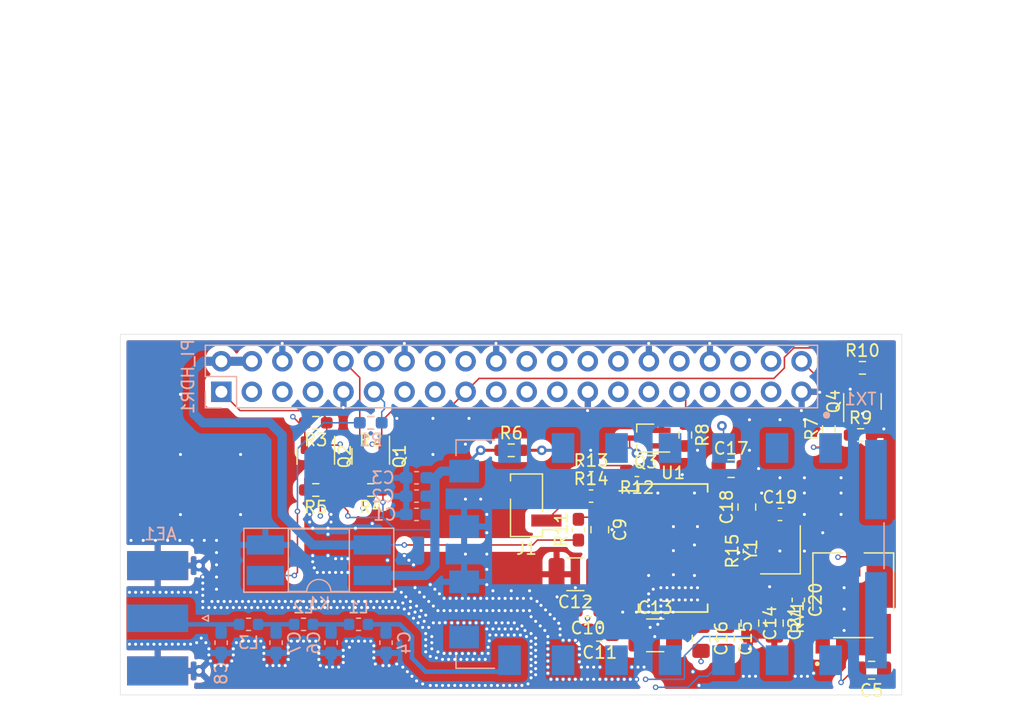
<source format=kicad_pcb>
(kicad_pcb (version 20211014) (generator pcbnew)
  (layers (0 "F.Cu" signal "Front") (1 "In1.Cu" power) (2 "In2.Cu" power) (31 "B.Cu" signal "Back") (34 "B.Paste" user) (35 "F.Paste" user) (36 "B.SilkS" user "B.Silkscreen") (37 "F.SilkS" user "F.Silkscreen") (38 "B.Mask" user) (39 "F.Mask" user) (44 "Edge.Cuts" user))
  (net 0 "")
  (net 1 "/SA868/RF_OUT_FILTERED")
  (net 2 "GND")
  (net 3 "5VC")
  (net 4 "/SA868/RF OUT")
  (net 5 "Net-(C5-Pad1)")
  (net 6 "/SA868/A_IN Filtered")
  (net 7 "Net-(C6-Pad1)")
  (net 8 "Net-(C7-Pad1)")
  (net 9 "Net-(C9-Pad1)")
  (net 10 "Net-(C10-Pad1)")
  (net 11 "/Sound Card/Audio In Left")
  (net 12 "Net-(C11-Pad1)")
  (net 13 "/SA868/A_OUT")
  (net 14 "Net-(C12-Pad1)")
  (net 15 "Net-(C13-Pad1)")
  (net 16 "Net-(C14-Pad1)")
  (net 17 "Net-(C15-Pad1)")
  (net 18 "/Sound Card/OUT_Left")
  (net 19 "Net-(C16-Pad1)")
  (net 20 "/SA868/A_IN")
  (net 21 "Net-(C17-Pad1)")
  (net 22 "Net-(C18-Pad1)")
  (net 23 "Net-(C19-Pad1)")
  (net 24 "Net-(R15-Pad1)")
  (net 25 "Net-(C21-Pad1)")
  (net 26 "Radio Power Control")
  (net 27 "/Sound Card/D-")
  (net 28 "/Sound Card/D+")
  (net 29 "Net-(K1-Pad1)")
  (net 30 "+5V")
  (net 31 "+3V3")
  (net 35 "/SA868/Radio UART RX")
  (net 36 "/SA868/Radio UART TX")
  (net 45 "GPIO PTT")
  (net 52 "GPIO SQ")
  (net 59 "/SA868/TXD 5V")
  (net 60 "/SA868/RXD 5V")
  (net 61 "Net-(Q3-Pad1)")
  (net 62 "/SA868/PTT")
  (net 63 "Net-(Q4-Pad1)")
  (net 64 "/SA868/PD")
  (net 65 "/SA868/SQ")
  (net 66 "Net-(R14-Pad2)")
  (net 74 "Net-(R13-Pad2)")
  (footprint "Resistor_SMD:R_0603_1608Metric_Pad0.98x0.95mm_HandSolder" (layer "F.Cu") (at 80.01 35.052)
    (fp_text reference "R6")
    (fp_text value "10K")
  )
  (footprint "Capacitor_SMD:C_0805_2012Metric_Pad1.18x1.45mm_HandSolder" (layer "F.Cu") (at 101.893 49.427 -90)
    (fp_text reference "C21")
    (fp_text value "1uF")
  )
  (footprint "Resistor_SMD:R_0603_1608Metric_Pad0.98x0.95mm_HandSolder" (layer "F.Cu") (at 106.426 33.274 90)
    (fp_text reference "R7")
    (fp_text value "100K")
  )
  (footprint "Resistor_SMD:R_0603_1608Metric_Pad0.98x0.95mm_HandSolder" (layer "F.Cu") (at 109.22 28.194)
    (fp_text reference "R10")
    (fp_text value "1K")
  )
  (footprint "Package_SO:SSOP-28_5.3x10.2mm_P0.65mm" (layer "F.Cu") (at 93.472 43.18)
    (fp_text reference "U1")
    (fp_text value "PCM2902C")
  )
  (footprint "Resistor_SMD:R_0603_1608Metric_Pad0.98x0.95mm_HandSolder" (layer "F.Cu") (at 94.488 33.782 -90)
    (fp_text reference "R8")
    (fp_text value "10k")
  )
  (footprint "Resistor_SMD:R_0603_1608Metric_Pad0.98x0.95mm_HandSolder" (layer "F.Cu") (at 63.754 32.766 180)
    (fp_text reference "R3")
    (fp_text value "10k")
  )
  (footprint "GFC-Footprints:TRIM_3361P-1-104GLF" (layer "F.Cu") (at 108.458 47.1105 90)
    (fp_text reference "RV1")
    (fp_text value "100k")
  )
  (footprint "Capacitor_SMD:C_0805_2012Metric_Pad1.18x1.45mm_HandSolder" (layer "F.Cu") (at 87.376 50.189 180)
    (fp_text reference "C11")
    (fp_text value "1uF")
  )
  (footprint "Capacitor_SMD:C_0805_2012Metric_Pad1.18x1.45mm_HandSolder" (layer "F.Cu") (at 97.829 50.697 -90)
    (fp_text reference "C15")
    (fp_text value "1uF")
  )
  (footprint "Capacitor_SMD:C_0805_2012Metric_Pad1.18x1.45mm_HandSolder" (layer "F.Cu") (at 99.861 49.427 -90)
    (fp_text reference "C14")
    (fp_text value "1uF")
  )
  (footprint "Capacitor_SMD:C_0805_2012Metric_Pad1.18x1.45mm_HandSolder" (layer "F.Cu") (at 99.607 39.775 90)
    (fp_text reference "C18")
    (fp_text value "1uF")
  )
  (footprint "Resistor_SMD:R_0603_1608Metric_Pad0.98x0.95mm_HandSolder" (layer "F.Cu") (at 63.754 38.354 180)
    (fp_text reference "R5")
    (fp_text value "10k")
  )
  (footprint "Package_TO_SOT_SMD:SOT-23" (layer "F.Cu") (at 109.22 30.988 90)
    (fp_text reference "Q4")
    (fp_text value "Q_NPN_BCE")
  )
  (footprint "Resistor_SMD:R_0603_1608Metric_Pad0.98x0.95mm_HandSolder" (layer "F.Cu") (at 68.326 38.354 180)
    (fp_text reference "R4")
    (fp_text value "10k")
  )
  (footprint "Capacitor_SMD:C_0805_2012Metric_Pad1.18x1.45mm_HandSolder" (layer "F.Cu") (at 109.982 53.34 180)
    (fp_text reference "C5")
    (fp_text value "1uF")
  )
  (footprint "Package_TO_SOT_SMD:SOT-23" (layer "F.Cu") (at 63.754 35.56 -90)
    (fp_text reference "Q2")
    (fp_text value "BSS138")
  )
  (footprint "Resistor_SMD:R_0603_1608Metric_Pad0.98x0.95mm_HandSolder" (layer "F.Cu") (at 68.326 32.766 180)
    (fp_text reference "R2")
    (fp_text value "10k")
  )
  (footprint "Crystal:Crystal_SMD_3225-4Pin_3.2x2.5mm" (layer "F.Cu") (at 102.401 43.331 90)
    (fp_text reference "Y1")
    (fp_text value "Crystal ECS33B")
  )
  (footprint "Capacitor_SMD:C_0603_1608Metric_Pad1.08x0.95mm_HandSolder" (layer "F.Cu") (at 103.886 47.498 -90)
    (fp_text reference "C20")
    (fp_text value "10pF")
  )
  (footprint "Connector_PinHeader_2.54mm:PinHeader_1x02_P2.54mm_Vertical_SMD_Pin1Left" (layer "F.Cu") (at 81.28 39.624 180)
    (fp_text reference "J1")
    (fp_text value "USB")
  )
  (footprint "Capacitor_SMD:C_0805_2012Metric_Pad1.18x1.45mm_HandSolder" (layer "F.Cu") (at 95.797 50.697 -90)
    (fp_text reference "C16")
    (fp_text value "1uF")
  )
  (footprint "Capacitor_SMD:C_0603_1608Metric_Pad1.08x0.95mm_HandSolder" (layer "F.Cu") (at 102.362 40.386)
    (fp_text reference "C19")
    (fp_text value "10pF")
  )
  (footprint "Capacitor_SMD:C_0603_1608Metric_Pad1.08x0.95mm_HandSolder" (layer "F.Cu") (at 90.463 36.727 180)
    (fp_text reference "R12")
    (fp_text value "1.5k")
  )
  (footprint "Capacitor_SMD:C_0805_2012Metric_Pad1.18x1.45mm_HandSolder" (layer "F.Cu") (at 98.298 36.576)
    (fp_text reference "C17")
    (fp_text value "1uF")
  )
  (footprint "Capacitor_SMD:C_0805_2012Metric_Pad1.18x1.45mm_HandSolder" (layer "F.Cu") (at 87.376 41.656 -90)
    (fp_text reference "C9")
    (fp_text value "1uF")
  )
  (footprint "Capacitor_SMD:C_0603_1608Metric_Pad1.08x0.95mm_HandSolder" (layer "F.Cu") (at 86.653 37.338)
    (fp_text reference "R13")
    (fp_text value "22")
  )
  (footprint "Capacitor_SMD:C_1210_3225Metric_Pad1.33x2.70mm_HandSolder" (layer "F.Cu") (at 91.987 50.443)
    (fp_text reference "C13")
    (fp_text value "10uF")
  )
  (footprint "Capacitor_SMD:C_0603_1608Metric_Pad1.08x0.95mm_HandSolder" (layer "F.Cu") (at 85.598 41.656 90)
    (fp_text reference "R11")
    (fp_text value "2.2")
  )
  (footprint "Capacitor_SMD:C_0805_2012Metric_Pad1.18x1.45mm_HandSolder" (layer "F.Cu") (at 86.399 48.157 180)
    (fp_text reference "C10")
    (fp_text value "1uF")
  )
  (footprint "Resistor_SMD:R_0603_1608Metric_Pad0.98x0.95mm_HandSolder" (layer "F.Cu") (at 109.0695 33.782)
    (fp_text reference "R9")
    (fp_text value "56K")
  )
  (footprint "Package_TO_SOT_SMD:SOT-23" (layer "F.Cu") (at 68.326 35.56 -90)
    (fp_text reference "Q1")
    (fp_text value "BSS138")
  )
  (footprint "Package_TO_SOT_SMD:SOT-323_SC-70_Handsoldering" (layer "F.Cu") (at 91.186 34.036 180)
    (fp_text reference "Q3")
    (fp_text value "DMN67D8LW-13")
  )
  (footprint "Capacitor_SMD:C_0603_1608Metric_Pad1.08x0.95mm_HandSolder" (layer "F.Cu") (at 86.653 38.862)
    (fp_text reference "R14")
    (fp_text value "22")
  )
  (footprint "Capacitor_SMD:C_1210_3225Metric_Pad1.33x2.70mm_HandSolder" (layer "F.Cu") (at 85.344 45.363 180)
    (fp_text reference "C12")
    (fp_text value "10uF")
  )
  (footprint "Capacitor_SMD:C_0603_1608Metric_Pad1.08x0.95mm_HandSolder" (layer "F.Cu") (at 99.822 43.434 90)
    (fp_text reference "R15")
    (fp_text value "1M")
  )
  (footprint "Inductor_SMD:L_0603_1608Metric" (layer "B.Cu") (at 58.166 49.53 180)
    (fp_text reference "L3")
    (fp_text value "56nH")
  )
  (footprint "GFC-Footprints:DORJI_DRA818V" (layer "B.Cu") (at 93.218 43.688 180)
    (fp_text reference "TX1")
    (fp_text value "SA868")
  )
  (footprint "Connector_Coaxial:SMA_Molex_73251-1153_EdgeMount_Horizontal" (layer "B.Cu") (at 52.324 49.022)
    (fp_text reference "AE1")
    (fp_text value "Antenna_Shield")
  )
  (footprint "Capacitor_SMD:C_0603_1608Metric_Pad1.08x0.95mm_HandSolder" (layer "B.Cu") (at 69.596 51.054 -90)
    (fp_text reference "C4")
    (fp_text value "20pF")
  )
  (footprint "Resistor_SMD:R_0603_1608Metric_Pad0.98x0.95mm_HandSolder" (layer "B.Cu") (at 68.326 32.766)
    (fp_text reference "R1")
    (fp_text value "270")
  )
  (footprint "Connector_PinSocket_2.54mm:PinSocket_2x20_P2.54mm_Vertical" (layer "B.Cu") (at 55.9 30.19 -90)
    (fp_text reference "PI_HDR1")
    (fp_text value "PI")
  )
  (footprint "Capacitor_SMD:C_0603_1608Metric_Pad1.08x0.95mm_HandSolder" (layer "B.Cu") (at 65.026 51.054 -90)
    (fp_text reference "C6")
    (fp_text value "36pF")
  )
  (footprint "Capacitor_SMD:C_0603_1608Metric_Pad1.08x0.95mm_HandSolder" (layer "B.Cu") (at 60.452 51.054 -90)
    (fp_text reference "C7")
    (fp_text value "36pF")
  )
  (footprint "Inductor_SMD:L_0603_1608Metric" (layer "B.Cu") (at 67.31 49.53 180)
    (fp_text reference "L1")
    (fp_text value "56nH")
  )
  (footprint "Capacitor_SMD:C_0603_1608Metric_Pad1.08x0.95mm_HandSolder" (layer "B.Cu") (at 72.136 40.386)
    (fp_text reference "C1")
    (fp_text value "0.1uF")
  )
  (footprint "Inductor_SMD:L_0603_1608Metric" (layer "B.Cu") (at 62.738 49.53 180)
    (fp_text reference "L2")
    (fp_text value "68nH")
  )
  (footprint "Capacitor_SMD:C_0603_1608Metric_Pad1.08x0.95mm_HandSolder" (layer "B.Cu") (at 72.136 37.338)
    (fp_text reference "C3")
    (fp_text value "1kpF")
  )
  (footprint "Capacitor_SMD:C_0603_1608Metric_Pad1.08x0.95mm_HandSolder" (layer "B.Cu") (at 72.136 38.862)
    (fp_text reference "C2")
    (fp_text value "10kpF")
  )
  (footprint "Capacitor_SMD:C_0603_1608Metric_Pad1.08x0.95mm_HandSolder" (layer "B.Cu") (at 55.88 51.054 -90)
    (fp_text reference "C8")
    (fp_text value "20pF")
  )
  (footprint "Package_DIP:DIP-4_W8.89mm_SMDSocket_LongPads" (layer "B.Cu") (at 64.008 44.196)
    (fp_text reference "K1")
    (fp_text value "TLP241A")
  )
  (gr_rect locked (start 47.5 25.4) (end 112.5 55.4) (layer "Edge.Cuts") (width 0.0381) (fill none))
  (segment (start 57.3785 49.53) (end 51.112 49.53) (width 0.37338) (layer "B.Cu") (net 1))
  (segment (start 51.112 49.53) (end 50.604 49.022) (width 0.37338) (layer "B.Cu") (net 1))
  (segment (start 101.551 44.431) (end 101.551 44.22563) (width 0.127) (layer "F.Cu") (net 2))
  (segment (start 95.261 45.455) (end 95.25 45.466) (width 0.127) (layer "F.Cu") (net 2))
  (segment (start 87.376 42.418) (end 87.376 42.6935) (width 0.127) (layer "F.Cu") (net 2))
  (segment (start 103.251 42.231) (end 103.251 40.4125) (width 0.127) (layer "F.Cu") (net 2))
  (segment (start 100.7085 38.7375) (end 100.838 38.608) (width 0.127) (layer "F.Cu") (net 2))
  (segment (start 103.251 40.4125) (end 103.2245 40.386) (width 0.127) (layer "F.Cu") (net 2))
  (segment (start 89.872 40.905) (end 88.889 40.905) (width 0.127) (layer "F.Cu") (net 2))
  (segment (start 98.0895 40.255) (end 99.607 38.7375) (width 0.127) (layer "F.Cu") (net 2))
  (segment (start 99.3355 36.576) (end 100.584 36.576) (width 0.127) (layer "F.Cu") (net 2))
  (segment (start 91.429 45.455) (end 91.44 45.466) (width 0.127) (layer "F.Cu") (net 2))
  (segment (start 97.072 45.455) (end 95.261 45.455) (width 0.127) (layer "F.Cu") (net 2))
  (segment (start 99.607 38.7375) (end 100.7085 38.7375) (width 0.127) (layer "F.Cu") (net 2))
  (segment (start 88.265 41.529) (end 87.376 42.418) (width 0.127) (layer "F.Cu") (net 2))
  (segment (start 95.321 42.855) (end 95.25 42.926) (width 0.127) (layer "F.Cu") (net 2))
  (segment (start 89.872 45.455) (end 91.429 45.455) (width 0.127) (layer "F.Cu") (net 2))
  (segment (start 102.352447 43.424183) (end 102.352447 43.129553) (width 0.127) (layer "F.Cu") (net 2))
  (segment (start 101.551 44.22563) (end 102.352447 43.424183) (width 0.127) (layer "F.Cu") (net 2))
  (segment (start 97.072 42.855) (end 95.321 42.855) (width 0.127) (layer "F.Cu") (net 2))
  (segment (start 102.352447 43.129553) (end 103.251 42.231) (width 0.127) (layer "F.Cu") (net 2))
  (segment (start 103.2245 40.386) (end 104.394 40.386) (width 0.127) (layer "F.Cu") (net 2))
  (segment (start 88.265 41.529) (end 88.392 41.656) (width 0.127) (layer "F.Cu") (net 2))
  (segment (start 88.889 40.905) (end 88.265 41.529) (width 0.127) (layer "F.Cu") (net 2))
  (segment (start 97.072 40.255) (end 98.0895 40.255) (width 0.127) (layer "F.Cu") (net 2))
  (via (at 75.438 48.387) (size 0.4572) (drill 0.254) (layers "F.Cu" "B.Cu") (net 2))
  (via (at 90.551 53.086) (size 0.4572) (drill 0.254) (layers "F.Cu" "B.Cu") (net 2))
  (via (at 60.706 47.625) (size 0.4572) (drill 0.254) (layers "F.Cu" "B.Cu") (net 2))
  (via (at 65.278 47.625) (size 0.4572) (drill 0.254) (layers "F.Cu" "B.Cu") (net 2))
  (via (at 54.864 52.07) (size 0.4572) (drill 0.254) (layers "F.Cu" "B.Cu") (net 2))
  (via (at 57.5 35.4) (size 0.4572) (drill 0.254) (layers "F.Cu" "B.Cu") (net 2))
  (via (at 80.518 49.911) (size 0.4572) (drill 0.254) (layers "F.Cu" "B.Cu") (net 2))
  (via (at 83.058 52.578) (size 0.4572) (drill 0.254) (layers "F.Cu" "B.Cu") (net 2))
  (via (at 55.499 42.545) (size 0.4572) (drill 0.254) (layers "F.Cu" "B.Cu") (net 2))
  (via (at 54.483 42.545) (size 0.4572) (drill 0.254) (layers "F.Cu" "B.Cu") (net 2))
  (via (at 76.073 49.403) (size 0.4572) (drill 0.254) (layers "F.Cu" "B.Cu") (net 2))
  (via (at 51.435 42.545) (size 0.4572) (drill 0.254) (layers "F.Cu" "B.Cu") (net 2))
  (via (at 60.706 52.959) (size 0.4572) (drill 0.254) (layers "F.Cu" "B.Cu") (net 2))
  (via (at 65.405 45.212) (size 0.4572) (drill 0.254) (layers "F.Cu" "B.Cu") (net 2))
  (via (at 87.884 54.102) (size 0.4572) (drill 0.254) (layers "F.Cu" "B.Cu") (net 2))
  (via (at 55.499 45.593) (size 0.4572) (drill 0.254) (layers "F.Cu" "B.Cu") (net 2))
  (via (at 54.864 48.133) (size 0.4572) (drill 0.254) (layers "F.Cu" "B.Cu") (net 2))
  (via (at 92.202 49.53) (size 0.4572) (drill 0.254) (layers "F.Cu" "B.Cu") (net 2))
  (via (at 105.666 30.226) (size 0.4572) (drill 0.254) (layers "F.Cu" "B.Cu") (net 2))
  (via (at 76.454 47.371) (size 0.4572) (drill 0.254) (layers "F.Cu" "B.Cu") (net 2))
  (via (at 72.263 49.403) (size 0.4572) (drill 0.254) (layers "F.Cu" "B.Cu") (net 2))
  (via (at 77.343 54.61) (size 0.4572) (drill 0.254) (layers "F.Cu" "B.Cu") (net 2))
  (via (at 56.134 47.625) (size 0.4572) (drill 0.254) (layers "F.Cu" "B.Cu") (net 2))
  (via (at 48.768 46.863) (size 0.4572) (drill 0.254) (layers "F.Cu" "B.Cu") (net 2))
  (via (at 88.392 41.656) (size 0.4572) (drill 0.254) (layers "F.Cu" "B.Cu") (net 2))
  (via (at 64.01 52.451) (size 0.4572) (drill 0.254) (layers "F.Cu" "B.Cu") (net 2))
  (via (at 66.042 31.496) (size 0.4572) (drill 0.254) (layers "F.Cu" "B.Cu") (net 2))
  (via (at 64.77 43.815) (size 0.4572) (drill 0.254) (layers "F.Cu" "B.Cu") (net 2))
  (via (at 71.628 47.625) (size 0.4572) (drill 0.254) (layers "F.Cu" "B.Cu") (net 2))
  (via (at 61.976 48.133) (size 0.4572) (drill 0.254) (layers "F.Cu" "B.Cu") (net 2))
  (via (at 77.089 49.403) (size 0.4572) (drill 0.254) (layers "F.Cu" "B.Cu") (net 2))
  (via (at 53.34 51.181) (size 0.4572) (drill 0.254) (layers "F.Cu" "B.Cu") (net 2))
  (via (at 86.868 54.102) (size 0.4572) (drill 0.254) (layers "F.Cu" "B.Cu") (net 2))
  (via (at 92.964 47.498) (size 0.4572) (drill 0.254) (layers "F.Cu" "B.Cu") (net 2))
  (via (at 76.962 48.387) (size 0.4572) (drill 0.254) (layers "F.Cu" "B.Cu") (net 2))
  (via (at 101.5 46.4) (size 0.4572) (drill 0.254) (layers "F.Cu" "B.Cu") (net 2))
  (via (at 70.485 52.832) (size 0.4572) (drill 0.254) (layers "F.Cu" "B.Cu") (net 2))
  (via (at 78.488 46.736) (size 0.4572) (drill 0.254) (layers "F.Cu" "B.Cu") (net 2))
  (via (at 56.896 48.133) (size 0.4572) (drill 0.254) (layers "F.Cu" "B.Cu") (net 2))
  (via (at 50.292 46.863) (size 0.4572) (drill 0.254) (layers "F.Cu" "B.Cu") (net 2))
  (via (at 58.674 47.625) (size 0.4572) (drill 0.254) (layers "F.Cu" "B.Cu") (net 2))
  (via (at 62.23 50.927) (size 0.4572) (drill 0.254) (layers "F.Cu" "B.Cu") (net 2))
  (via (at 74.803 54.61) (size 0.4572) (drill 0.254) (layers "F.Cu" "B.Cu") (net 2))
  (via (at 49.403 42.545) (size 0.4572) (drill 0.254) (layers "F.Cu" "B.Cu") (net 2))
  (via (at 63.5 43.815) (size 0.4572) (drill 0.254) (layers "F.Cu" "B.Cu") (net 2))
  (via (at 77.98 41.91) (size 0.4572) (drill 0.254) (layers "F.Cu" "B.Cu") (net 2))
  (via (at 54.356 45.593) (size 0.4572) (drill 0.254) (layers "F.Cu" "B.Cu") (net 2))
  (via (at 68.707 52.832) (size 0.4572) (drill 0.254) (layers "F.Cu" "B.Cu") (net 2))
  (via (at 72.136 48.006) (size 0.4572) (drill 0.254) (layers "F.Cu" "B.Cu") (net 2))
  (via (at 83.058 53.594) (size 0.4572) (drill 0.254) (layers "F.Cu" "B.Cu") (net 2))
  (via (at 109.222 32.004) (size 0.4572) (drill 0.254) (layers "F.Cu" "B.Cu") (net 2))
  (via (at 52.324 46.863) (size 0.4572) (drill 0.254) (layers "F.Cu" "B.Cu") (net 2))
  (via (at 65.661 53.086) (size 0.4572) (drill 0.254) (layers "F.Cu" "B.Cu") (net 2))
  (via (at 76.327 54.61) (size 0.4572) (drill 0.254) (layers "F.Cu" "B.Cu") (net 2))
  (via (at 58.674 50.927) (size 0.4572) (drill 0.254) (layers "F.Cu" "B.Cu") (net 2))
  (via (at 78.994 49.911) (size 0.4572) (drill 0.254) (layers "F.Cu" "B.Cu") (net 2))
  (via (at 107.698 46.482) (size 0.4572) (drill 0.254) (layers "F.Cu" "B.Cu") (net 2))
  (via (at 80.264 50.419) (size 0.4572) (drill 0.254) (layers "F.Cu" "B.Cu") (net 2))
  (via (at 59.182 47.625) (size 0.4572) (drill 0.254) (layers "F.Cu" "B.Cu") (net 2))
  (via (at 53.34 46.863) (size 0.4572) (drill 0.254) (layers "F.Cu" "B.Cu") (net 2))
  (via (at 84.328 54.102) (size 0.4572) (drill 0.254) (layers "F.Cu" "B.Cu") (net 2))
  (via (at 82.042 52.197) (size 0.4572) (drill 0.254) (layers "F.Cu" "B.Cu") (net 2))
  (via (at 79.756 49.403) (size 0.4572) (drill 0.254) (layers "F.Cu" "B.Cu") (net 2))
  (via (at 61.468 52.451) (size 0.4572) (drill 0.254) (layers "F.Cu" "B.Cu") (net 2))
  (via (at 59.436 51.943) (size 0.4572) (drill 0.254) (layers "F.Cu" "B.Cu") (net 2))
  (via (at 55.499 43.561) (size 0.4572) (drill 0.254) (layers "F.Cu" "B.Cu") (net 2))
  (via (at 81.153 50.038) (size 0.4572) (drill 0.254) (layers "F.Cu" "B.Cu") (net 2))
  (via (at 82.483582 47.945419) (size 0.4572) (drill 0.254) (layers "F.Cu" "B.Cu") (net 2))
  (via (at 76.962 51.956102) (size 0.4572) (drill 0.254) (layers "F.Cu" "B.Cu") (net 2))
  (via (at 85.346 46.482) (size 0.4572) (drill 0.254) (layers "F.Cu" "B.Cu") (net 2))
  (via (at 81.026 47.371) (size 0.4572) (drill 0.254) (layers "F.Cu" "B.Cu") (net 2))
  (via (at 78.105 49.403) (size 0.4572) (drill 0.254) (layers "F.Cu" "B.Cu") (net 2))
  (via (at 66.421 45.212) (size 0.4572) (drill 0.254) (layers "F.Cu" "B.Cu") (net 2))
  (via (at 92.964 46.482) (size 0.4572) (drill 0.254) (layers "F.Cu" "B.Cu") (net 2))
  (via (at 78.359 54.61) (size 0.4572) (drill 0.254) (layers "F.Cu" "B.Cu") (net 2))
  (via (at 54.991 52.578) (size 0.4572) (drill 0.254) (layers "F.Cu" "B.Cu") (net 2))
  (via (at 64.01 51.943) (size 0.4572) (drill 0.254) (layers "F.Cu" "B.Cu") (net 2))
  (via (at 69.342 47.625) (size 0.4572) (drill 0.254) (layers "F.Cu" "B.Cu") (net 2))
  (via (at 74.803 52.44261) (size 0.4572) (drill 0.254) (layers "F.Cu" "B.Cu") (net 2))
  (via (at 74.93 51.956102) (size 0.4572) (drill 0.254) (layers "F.Cu" "B.Cu") (net 2))
  (via (at 57.658 50.927) (size 0.4572) (drill 0.254) (layers "F.Cu" "B.Cu") (net 2))
  (via (at 89.281 48.514) (size 0.4572) (drill 0.254) (layers "F.Cu" "B.Cu") (net 2))
  (via (at 73.66 46.609) (size 0.4572) (drill 0.254) (layers "F.Cu" "B.Cu") (net 2))
  (via (at 75.311 52.44261) (size 0.4572) (drill 0.254) (layers "F.Cu" "B.Cu") (net 2))
  (via (at 72.898 51.308) (size 0.4572) (drill 0.254) (layers "F.Cu" "B.Cu") (net 2))
  (via (at 83.058 50.546) (size 0.4572) (drill 0.254) (layers "F.Cu" "B.Cu") (net 2))
  (via (at 102.364 37.338) (size 0.4572) (drill 0.254) (layers "F.Cu" "B.Cu") (net 2))
  (via (at 71.122 26.162) (size 0.4572) (drill 0.254) (layers "F.Cu" "B.Cu") (net 2))
  (via (at 66.802 50.927) (size 0.4572) (drill 0.254) (layers "F.Cu" "B.Cu") (net 2))
  (via (at 67.818 47.625) (size 0.4572) (drill 0.254) (layers "F.Cu" "B.Cu") (net 2))
  (via (at 95.504 46.482) (size 0.4572) (drill 0.254) (layers "F.Cu" "B.Cu") (net 2))
  (via (at 94.488 46.482) (size 0.4572) (drill 0.254) (layers "F.Cu" "B.Cu") (net 2))
  (via (at 69.088 48.133) (size 0.4572) (drill 0.254) (layers "F.Cu" "B.Cu") (net 2))
  (via (at 58.928 48.133) (size 0.4572) (drill 0.254) (layers "F.Cu" "B.Cu") (net 2))
  (via (at 68.58 51.816) (size 0.4572) (drill 0.254) (layers "F.Cu" "B.Cu") (net 2))
  (via (at 52.832 46.863) (size 0.4572) (drill 0.254) (layers "F.Cu" "B.Cu") (net 2))
  (via (at 104.396 43.434) (size 0.4572) (drill 0.254) (layers "F.Cu" "B.Cu") (net 2))
  (via (at 87.376 49.784) (size 0.4572) (drill 0.254) (layers "F.Cu" "B.Cu") (net 2))
  (via (at 73.533 48.006) (size 0.4572) (drill 0.254) (layers "F.Cu" "B.Cu") (net 2))
  (via (at 60.962 26.162) (size 0.4572) (drill 0.254) (layers "F.Cu" "B.Cu") (net 2))
  (via (at 62.738 50.927) (size 0.4572) (drill 0.254) (layers "F.Cu" "B.Cu") (net 2))
  (via (at 64.01 51.435) (size 0.4572) (drill 0.254) (layers "F.Cu" "B.Cu") (net 2))
  (via (at 54.356 46.101) (size 0.4572) (drill 0.254) (layers "F.Cu" "B.Cu") (net 2))
  (via (at 91.442 26.162) (size 0.4572) (drill 0.254) (layers "F.Cu" "B.Cu") (net 2))
  (via (at 59.944 48.133) (size 0.4572) (drill 0.254) (layers "F.Cu" "B.Cu") (net 2))
  (via (at 102.352447 43.424183) (size 0.4572) (drill 0.254) (layers "F.Cu" "B.Cu") (net 2))
  (via (at 72.009 48.514) (size 0.4572) (drill 0.254) (layers "F.Cu" "B.Cu") (net 2))
  (via (at 53.848 46.863) (size 0.4572) (drill 0.254) (layers "F.Cu" "B.Cu") (net 2))
  (via (at 84.836 50.849898) (size 0.4572) (drill 0.254) (layers "F.Cu" "B.Cu") (net 2))
  (via (at 57.15 51.054) (size 0.4572) (drill 0.254) (layers "F.Cu" "B.Cu") (net 2))
  (via (at 82.042 53.721) (size 0.4572) (drill 0.254) (layers "F.Cu" "B.Cu") (net 2))
  (via (at 68.58 48.133) (size 0.4572) (drill 0.254) (layers "F.Cu" "B.Cu") (net 2))
  (via (at 70.993 53.086) (size 0.4572) (drill 0.254) (layers "F.Cu" "B.Cu") (net 2))
  (via (at 104.396 37.338) (size 0.4572) (drill 0.254) (layers "F.Cu" "B.Cu") (net 2))
  (via (at 52.5 30.4) (size 0.4572) (drill 0.254) (layers "F.Cu" "B.Cu") (net 2))
  (via (at 99.824 32.512) (size 0.4572) (drill 0.254) (layers "F.Cu" "B.Cu") (net 2))
  (via (at 91.821 46.609) (size 0.4572) (drill 0.254) (layers "F.Cu" "B.Cu") (net 2))
  (via (at 102.364 32.512) (size 0.4572) (drill 0.254) (layers "F.Cu" "B.Cu") (net 2))
  (via (at 69.85 52.959) (size 0.4572) (drill 0.254) (layers "F.Cu" "B.Cu") (net 2))
  (via (at 75.565 49.403) (size 0.4572) (drill 0.254) (layers "F.Cu" "B.Cu") (net 2))
  (via (at 70.104 48.133) (size 0.4572) (drill 0.254) (layers "F.Cu" "B.Cu") (net 2))
  (via (at 94.996 46.482) (size 0.4572) (drill 0.254) (layers "F.Cu" "B.Cu") (net 2))
  (via (at 77.978 49.911) (size 0.4572) (drill 0.254) (layers "F.Cu" "B.Cu") (net 2))
  (via (at 78.486 48.387) (size 0.4572) (drill 0.254) (layers "F.Cu" "B.Cu") (net 2))
  (via (at 66.042 52.705) (size 0.4572) (drill 0.254) (layers "F.Cu" "B.Cu") (net 2))
  (via (at 59.182 50.927) (size 0.4572) (drill 0.254) (layers "F.Cu" "B.Cu") (net 2))
  (via (at 83.245582 48.707418) (size 0.4572) (drill 0.254) (layers "F.Cu" "B.Cu") (net 2))
  (via (at 71.12 43.815) (size 0.4572) (drill 0.254) (layers "F.Cu" "B.Cu") (net 2))
  (via (at 71.882 49.022) (size 0.4572) (drill 0.254) (layers "F.Cu" "B.Cu") (net 2))
  (via (at 93.472 46.482) (size 0.4572) (drill 0.254) (layers "F.Cu" "B.Cu") (net 2))
  (via (at 73.787 52.324) (size 0.4572) (drill 0.254) (layers "F.Cu" "B.Cu") (net 2))
  (via (at 62.484 48.133) (size 0.4572) (drill 0.254) (layers "F.Cu" "B.Cu") (net 2))
  (via (at 55.499 46.609) (size 0.4572) (drill 0.254) (layers "F.Cu" "B.Cu") (net 2))
  (via (at 77.47 47.371) (size 0.4572) (drill 0.254) (layers "F.Cu" "B.Cu") (net 2))
  (via (at 71.374 53.467) (size 0.4572) (drill 0.254) (layers "F.Cu" "B.Cu") (net 2))
  (via (at 81.534 48.387) (size 0.4572) (drill 0.254) (layers "F.Cu" "B.Cu") (net 2))
  (via (at 58.42 48.133) (size 0.4572) (drill 0.254) (layers "F.Cu" "B.Cu") (net 2))
  (via (at 49.276 46.863) (size 0.4572) (drill 0.254) (layers "F.Cu" "B.Cu") (net 2))
  (via (at 78.090298 51.435) (size 0.4572) (drill 0.254) (layers "F.Cu" "B.Cu") (net 2))
  (via (at 83.058 51.562) (size 0.4572) (drill 0.254) (layers "F.Cu" "B.Cu") (net 2))
  (via (at 51.308 51.181) (size 0.4572) (drill 0.254) (layers "F.Cu" "B.Cu") (net 2))
  (via (at 79.248 49.403) (size 0.4572) (drill 0.254) (layers "F.Cu" "B.Cu") (net 2))
  (via (at 52.324 51.181) (size 0.4572) (drill 0.254) (layers "F.Cu" "B.Cu") (net 2))
  (via (at 75.946 48.387) (size 0.4572) (drill 0.254) (layers "F.Cu" "B.Cu") (net 2))
  (via (at 80.01 49.911) (size 0.4572) (drill 0.254) (layers "F.Cu" "B.Cu") (net 2))
  (via (at 100.584 36.576) (size 0.4572) (drill 0.254) (layers "F.Cu" "B.Cu") (net 2))
  (via (at 57.5 40.4) (size 0.4572) (drill 0.254) (layers "F.Cu" "B.Cu") (net 2))
  (via (at 92.204 38.608) (size 0.4572) (drill 0.254) (layers "F.Cu" "B.Cu") (net 2))
  (via (at 80.899 54.61) (size 0.4572) (drill 0.254) (layers "F.Cu" "B.Cu") (net 2))
  (via (at 80.01 48.387) (size 0.4572) (drill 0.254) (layers "F.Cu" "B.Cu") (net 2))
  (via (at 64.77 41.529) (size 0.4572) (drill 0.254) (layers "F.Cu" "B.Cu") (net 2))
  (via (at 77.472 39.116) (size 0.4572) (drill 0.254) (layers "F.Cu" "B.Cu") (net 2))
  (via (at 73.533 49.403) (size 0.4572) (drill 0.254) (layers "F.Cu" "B.Cu") (net 2))
  (via (at 63.246 47.625) (size 0.4572) (drill 0.254) (layers "F.Cu" "B.Cu") (net 2))
  (via (at 84.074 49.911) (size 0.4572) (drill 0.254) (layers "F.Cu" "B.Cu") (net 2))
  (via (at 50.8 51.181) (size 0.4572) (drill 0.254) (layers "F.Cu" "B.Cu") (net 2))
  (via (at 107.444 40.386) (size 0.4572) (drill 0.254) (layers "F.Cu" "B.Cu") (net 2))
  (via (at 64.645 53.086) (size 0.4572) (drill 0.254) (layers "F.Cu" "B.Cu") (net 2))
  (via (at 72.898 48.768) (size 0.4572) (drill 0.254) (layers "F.Cu" "B.Cu") (net 2))
  (via (at 75.819 54.61) (size 0.4572) (drill 0.254) (layers "F.Cu" "B.Cu") (net 2))
  (via (at 74.93 48.387) (size 0.4572) (drill 0.254) (layers "F.Cu" "B.Cu") (net 2))
  (via (at 104.14 53.848) (size 0.4572) (drill 0.254) (layers "F.Cu" "B.Cu") (net 2))
  (via (at 73.914 51.816) (size 0.4572) (drill 0.254) (layers "F.Cu" "B.Cu") (net 2))
  (via (at 73.279 54.61) (size 0.4572) (drill 0.254) (layers "F.Cu" "B.Cu") (net 2))
  (via (at 80.899 49.657) (size 0.4572) (drill 0.254) (layers "F.Cu" "B.Cu") (net 2))
  (via (at 81.661 50.927) (size 0.4572) (drill 0.254) (layers "F.Cu" "B.Cu") (net 2))
  (via (at 78.994 47.371) (size 0.4572) (drill 0.254) (layers "F.Cu" "B.Cu") (net 2))
  (via (at 60.198 52.959) (size 0.4572) (drill 0.254) (layers "F.Cu" "B.Cu") (net 2))
  (via (at 83.058 53.086) (size 0.4572) (drill 0.254) (layers "F.Cu" "B.Cu") (net 2))
  (via (at 60.452 48.133) (size 0.4572) (drill 0.254) (layers "F.Cu" "B.Cu") (net 2))
  (via (at 77.98 40.386) (size 0.4572) (drill 0.254) (layers "F.Cu" "B.Cu") (net 2))
  (via (at 91.95 50.546) (size 0.4572) (drill 0.254) (layers "F.Cu" "B.Cu") (net 2))
  (via (at 70.993 47.752) (size 0.4572) (drill 0.254) (layers "F.Cu" "B.Cu") (net 2))
  (via (at 74.422 47.371) (size 0.4572) (drill 0.254) (layers "F.Cu" "B.Cu") (net 2))
  (via (at 77.98 44.958) (size 0.4572) (drill 0.254) (layers "F.Cu" "B.Cu") (net 2))
  (via (at 65.786 47.625) (size 0.4572) (drill 0.254) (layers "F.Cu" "B.Cu") (net 2))
  (via (at 68.834 47.625) (size 0.4572) (drill 0.254) (layers "F.Cu" "B.Cu") (net 2))
  (via (at 95.504 47.498) (size 0.4572) (drill 0.254) (layers "F.Cu" "B.Cu") (net 2))
  (via (at 74.422 51.943) (size 0.4572) (drill 0.254) (layers "F.Cu" "B.Cu") (net 2))
  (via (at 55.372 52.959) (size 0.4572) (drill 0.254) (layers "F.Cu" "B.Cu") (net 2))
  (via (at 66.55 51.435) (size 0.4572) (drill 0.254) (layers "F.Cu" "B.Cu") (net 2))
  (via (at 79.502 49.911) (size 0.4572) (drill 0.254) (layers "F.Cu" "B.Cu") (net 2))
  (via (at 48.387 42.545) (size 0.4572) (drill 0.254) (layers "F.Cu" "B.Cu") (net 2))
  (via (at 103.126 39.37) (size 0.4572) (drill 0.254) (layers "F.Cu" "B.Cu") (net 2))
  (via (at 82.155293 47.617129) (size 0.4572) (drill 0.254) (layers "F.Cu" "B.Cu") (net 2))
  (via (at 72.136 54.229) (size 0.4572) (drill 0.254) (layers "F.Cu" "B.Cu") (net 2))
  (via (at 59.69 47.625) (size 0.4572) (drill 0.254) (layers "F.Cu" "B.Cu") (net 2))
  (via (at 61.214 47.625) (size 0.4572) (drill 0.254) (layers "F.Cu" "B.Cu") (net 2))
  (via (at 59.436 48.133) (size 0.4572) (drill 0.254) (layers "F.Cu" "B.Cu") (net 2))
  (via (at 66.548 48.133) (size 0.4572) (drill 0.254) (layers "F.Cu" "B.Cu") (net 2))
  (via (at 57.15 47.625) (size 0.4572) (drill 0.254) (layers "F.Cu" "B.Cu") (net 2))
  (via (at 63.246 40.386) (size 0.4572) (drill 0.254) (layers "F.Cu" "B.Cu") (net 2))
  (via (at 79.502 48.387) (size 0.4572) (drill 0.254) (layers "F.Cu" "B.Cu") (net 2))
  (via (at 70.612 48.133) (size 0.4572) (drill 0.254) (layers "F.Cu" "B.Cu") (net 2))
  (via (at 80.391 54.61) (size 0.4572) (drill 0.254) (layers "F.Cu" "B.Cu") (net 2))
  (via (at 53.467 42.545) (size 0.4572) (drill 0.254) (layers "F.Cu" "B.Cu") (net 2))
  (via (at 63.754 50.927) (size 0.4572) (drill 0.254) (layers "F.Cu" "B.Cu") (net 2))
  (via (at 65.913 45.212) (size 0.4572) (drill 0.254) (layers "F.Cu" "B.Cu") (net 2))
  (via (at 48.26 51.181) (size 0.4572) (drill 0.254) (layers "F.Cu" "B.Cu") (net 2))
  (via (at 60.198 47.625) (size 0.4572) (drill 0.254) (layers "F.Cu" "B.Cu") (net 2))
  (via (at 72.644 54.483) (size 0.4572) (drill 0.254) (layers "F.Cu" "B.Cu") (net 2))
  (via (at 93.98 47.498) (size 0.4572) (drill 0.254) (layers "F.Cu" "B.Cu") (net 2))
  (via (at 54.356 47.117) (size 0.4572) (drill 0.254) (layers "F.Cu" "B.Cu") (net 2))
  (via (at 61.468 48.133) (size 0.4572) (drill 0.254) (layers "F.Cu" "B.Cu") (net 2))
  (via (at 66.802 47.625) (size 0.4572) (drill 0.254) (layers "F.Cu" "B.Cu") (net 2))
  (via (at 54.356 46.609) (size 0.4572) (drill 0.254) (layers "F.Cu" "B.Cu") (net 2))
  (via (at 49.784 51.181) (size 0.4572) (drill 0.254) (layers "F.Cu" "B.Cu") (net 2))
  (via (at 94.996 47.498) (size 0.4572) (drill 0.254) (layers "F.Cu" "B.Cu") (net 2))
  (via (at 77.597 49.403) (size 0.4572) (drill 0.254) (layers "F.Cu" "B.Cu") (net 2))
  (via (at 98.933 43.561) (size 0.4572) (drill 0.254) (layers "F.Cu" "B.Cu") (net 2))
  (via (at 70.866 46.863) (size 0.4572) (drill 0.254) (layers "F.Cu" "B.Cu") (net 2))
  (via (at 52.5 35.4) (size 0.4572) (drill 0.254) (layers "F.Cu" "B.Cu") (net 2))
  (via (at 74.041 49.403) (size 0.4572) (drill 0.254) (layers "F.Cu" "B.Cu") (net 2))
  (via (at 65.024 48.133) (size 0.4572) (drill 0.254) (layers "F.Cu" "B.Cu") (net 2))
  (via (at 49.276 51.181) (size 0.4572) (drill 0.254) (layers "F.Cu" "B.Cu") (net 2))
  (via (at 95.5 41.4) (size 0.4572) (drill 0.254) (layers "F.Cu" "B.Cu") (net 2))
  (via (at 59.69 52.959) (size 0.4572) (drill 0.254) (layers "F.Cu" "B.Cu") (net 2))
  (via (at 107.444 38.608) (size 0.4572) (drill 0.254) (layers "F.Cu" "B.Cu") (net 2))
  (via (at 83.312 54.102) (size 0.4572) (drill 0.254) (layers "F.Cu" "B.Cu") (net 2))
  (via (at 52.5 40.4) (size 0.4572) (drill 0.254) (layers "F.Cu" "B.Cu") (net 2))
  (via (at 74.041 46.99) (size 0.4572) (drill 0.254) (layers "F.Cu" "B.Cu") (net 2))
  (via (at 78.867 54.61) (size 0.4572) (drill 0.254) (layers "F.Cu" "B.Cu") (net 2))
  (via (at 77.978 48.387) (size 0.4572) (drill 0.254) (layers "F.Cu" "B.Cu") (net 2))
  (via (at 79.375 54.61) (size 0.4572) (drill 0.254) (layers "F.Cu" "B.Cu") (net 2))
  (via (at 86.616 35.052) (size 0.4572) (drill 0.254) (layers "F.Cu" "B.Cu") (net 2))
  (via (at 84.836 54.102) (size 0.4572) (drill 0.254) (layers "F.Cu" "B.Cu") (net 2))
  (via (at 78.742 26.162) (size 0.4572) (drill 0.254) (layers "F.Cu" "B.Cu") (net 2))
  (via (at 64.008 48.133) (size 0.4572) (drill 0.254) (layers "F.Cu" "B.Cu") (net 2))
  (via (at 93.98 46.482) (size 0.4572) (drill 0.254) (layers "F.Cu" "B.Cu") (net 2))
  (via (at 93.474 48.514) (size 0.4572) (drill 0.254) (layers "F.Cu" "B.Cu") (net 2))
  (via (at 83.058 52.07) (size 0.4572) (drill 0.254) (layers "F.Cu" "B.Cu") (net 2))
  (via (at 60.96 48.133) (size 0.4572) (drill 0.254) (layers "F.Cu" "B.Cu") (net 2))
  (via (at 81.661 53.975) (size 0.4572) (drill 0.254) (layers "F.Cu" "B.Cu") (net 2))
  (via (at 86.868 53.086) (size 0.4572) (drill 0.254) (layers "F.Cu" "B.Cu") (net 2))
  (via (at 69.85 47.625) (size 0.4572) (drill 0.254) (layers "F.Cu" "B.Cu") (net 2))
  (via (at 55.88 48.133) (size 0.4572) (drill 0.254) (layers "F.Cu" "B.Cu") (net 2))
  (via (at 54.229 50.673) (size 0.4572) (drill 0.254) (layers "F.Cu" "B.Cu") (net 2))
  (via (at 81.661 52.451) (size 0.4572) (drill 0.254) (layers "F.Cu" "B.Cu") (net 2))
  (via (at 73.5 35.4) (size 0.4572) (drill 0.254) (layers "F.Cu" "B.Cu") (net 2))
  (via (at 64.897 45.212) (size 0.4572) (drill 0.254) (layers "F.Cu" "B.Cu") (net 2))
  (via (at 81.661 52.959) (size 0.4572) (drill 0.254) (layers "F.Cu" "B.Cu") (net 2))
  (via (at 48.768 51.181) (size 0.4572) (drill 0.254) (layers "F.Cu" "B.Cu") (net 2))
  (via (at 66.042 52.197) (size 0.4572) (drill 0.254) (layers "F.Cu" "B.Cu") (net 2))
  (via (at 77.851 52.44261) (size 0.4572) (drill 0.254) (layers "F.Cu" "B.Cu") (net 2))
  (via (at 75.819 52.44261) (size 0.4572) (drill 0.254) (layers "F.Cu" "B.Cu") (net 2))
  (via (at 75.438 51.956102) (size 0.4572) (drill 0.254) (layers "F.Cu" "B.Cu") (net 2))
  (via (at 92.456 49.022) (size 0.4572) (drill 0.254) (layers "F.Cu" "B.Cu") (net 2))
  (via (at 71.628 48.133) (size 0.4572) (drill 0.254) (layers "F.Cu" "B.Cu") (net 2))
  (via (at 79.883 54.61) (size 0.4572) (drill 0.254) (layers "F.Cu" "B.Cu") (net 2))
  (via (at 85.686102 52.641853) (size 0.4572) (drill 0.254) (layers "F.Cu" "B.Cu") (net 2))
  (via (at 80.01 47.371) (size 0.4572) (drill 0.254) (layers "F.Cu" "B.Cu") (net 2))
  (via (at 66.04 48.133) (size 0.4572) (drill 0.254) (layers "F.Cu" "B.Cu") (net 2))
  (via (at 75.311 54.61) (size 0.4572) (drill 0.254) (layers "F.Cu" "B.Cu") (net 2))
  (via (at 77.98 46.228) (size 0.4572) (drill 0.254) (layers "F.Cu" "B.Cu") (net 2))
  (via (at 73.406 51.054) (size 0.4572) (drill 0.254) (layers "F.Cu" "B.Cu") (net 2))
  (via (at 63.5 44.323) (size 0.4572) (drill 0.254) (layers "F.Cu" "B.Cu") (net 2))
  (via (at 83.961072 49.437399) (size 0.4572) (drill 0.254) (layers "F.Cu" "B.Cu") (net 2))
  (via (at 67.564 48.133) (size 0.4572) (drill 0.254) (layers "F.Cu" "B.Cu") (net 2))
  (via (at 91.44 48.006) (size 0.4572) (drill 0.254) (layers "F.Cu" "B.Cu") (net 2))
  (via (at 73.406 50.546) (size 0.4572) (drill 0.254) (layers "F.Cu" "B.Cu") (net 2))
  (via (at 80.772 50.419) (size 0.4572) (drill 0.254) (layers "F.Cu" "B.Cu") (net 2))
  (via (at 73.5 32.4) (size 0.4572) (drill 0.254) (layers "F.Cu" "B.Cu") (net 2))
  (via (at 75.057 49.403) (size 0.4572) (drill 0.254) (layers "F.Cu" "B.Cu") (net 2))
  (via (at 83.598356 49.060193) (size 0.4572) (drill 0.254) (layers "F.Cu" "B.Cu") (net 2))
  (via (at 64.262 47.625) (size 0.4572) (drill 0.254) (layers "F.Cu" "B.Cu") (net 2))
  (via (at 103.888 49.53) (size 0.4572) (drill 0.254) (layers "F.Cu" "B.Cu") (net 2))
  (via (at 67.31 47.625) (size 0.4572) (drill 0.254) (layers "F.Cu" "B.Cu") (net 2))
  (via (at 54.864 51.562) (size 0.4572) (drill 0.254) (layers "F.Cu" "B.Cu") (net 2))
  (via (at 61.468 51.435) (size 0.4572) (drill 0.254) (layers "F.Cu" "B.Cu") (net 2))
  (via (at 51.816 46.863) (size 0.4572) (drill 0.254) (layers "F.Cu" "B.Cu") (net 2))
  (via (at 50.292 51.181) (size 0.4572) (drill 0.254) (layers "F.Cu" "B.Cu") (net 2))
  (via (at 93.472 47.498) (size 0.4572) (drill 0.254) (layers "F.Cu" "B.Cu") (net 2))
  (via (at 62.992 48.133) (size 0.4572) (drill 0.254) (layers "F.Cu" "B.Cu") (net 2))
  (via (at 93.5 41.4) (size 0.4572) (drill 0.254) (layers "F.Cu" "B.Cu") (net 2))
  (via (at 74.522547 49.382026) (size 0.4572) (drill 0.254) (layers "F.Cu" "B.Cu") (net 2))
  (via (at 56.896 52.07) (size 0.4572) (drill 0.254) (layers "F.Cu" "B.Cu") (net 2))
  (via (at 73.279 46.228) (size 0.4572) (drill 0.254) (layers "F.Cu" "B.Cu") (net 2))
  (via (at 86.36 53.086) (size 0.4572) (drill 0.254) (layers "F.Cu" "B.Cu") (net 2))
  (via (at 91.567 49.784) (size 0.4572) (drill 0.254) (layers "F.Cu" "B.Cu") (net 2))
  (via (at 58.166 47.625) (size 0.4572) (drill 0.254) (layers "F.Cu" "B.Cu") (net 2))
  (via (at 56.896 51.562) (size 0.4572) (drill 0.254) (layers "F.Cu" "B.Cu") (net 2))
  (via (at 78.090298 51.943) (size 0.4572) (drill 0.254) (layers "F.Cu" "B.Cu") (net 2))
  (via (at 63.246 41.021) (size 0.4572) (drill 0.254) (layers "F.Cu" "B.Cu") (net 2))
  (via (at 76.202 39.116) (size 0.4572) (drill 0.254) (layers "F.Cu" "B.Cu") (net 2))
  (via (at 55.88 52.959) (size 0.4572) (drill 0.254) (layers "F.Cu" "B.Cu") (net 2))
  (via (at 83.058 51.054) (size 0.4572) (drill 0.254) (layers "F.Cu" "B.Cu") (net 2))
  (via (at 63.881 45.212) (size 0.4572) (drill 0.254) (layers "F.Cu" "B.Cu") (net 2))
  (via (at 55.499 44.577) (size 0.4572) (drill 0.254) (layers "F.Cu" "B.Cu") (net 2))
  (via (at 72.771 49.276) (size 0.4572) (drill 0.254) (layers "F.Cu" "B.Cu") (net 2))
  (via (at 67.056 41.529) (size 0.4572) (drill 0.254) (layers "F.Cu" "B.Cu") (net 2))
  (via (at 63.5 41.529) (size 0.4572) (drill 0.254) (layers "F.Cu" "B.Cu") (net 2))
  (via (at 85.344 54.102) (size 0.4572) (drill 0.254) (layers "F.Cu" "B.Cu") (net 2))
  (via (at 53.848 51.054) (size 0.4572) (drill 0.254) (layers "F.Cu" "B.Cu") (net 2))
  (via (at 95.25 42.926) (size 0.4572) (drill 0.254) (layers "F.Cu" "B.Cu") (net 2))
  (via (at 76.327 52.44261) (size 0.4572) (drill 0.254) (layers "F.Cu" "B.Cu") (net 2))
  (via (at 63.5 48.133) (size 0.4572) (drill 0.254) (layers "F.Cu" "B.Cu") (net 2))
  (via (at 74.295 54.61) (size 0.4572) (drill 0.254) (layers "F.Cu" "B.Cu") (net 2))
  (via (at 84.074 50.419) (size 0.4572) (drill 0.254) (layers "F.Cu" "B.Cu") (net 2))
  (via (at 81.661 47.3715) (size 0.4572) (drill 0.254) (layers "F.Cu" "B.Cu") (net 2))
  (via (at 81.536 46.736) (size 0.4572) (drill 0.254) (layers "F.Cu" "B.Cu") (net 2))
  (via (at 54.61 51.054) (size 0.4572) (drill 0.254) (layers "F.Cu" "B.Cu") (net 2))
  (via (at 77.343 52.44261) (size 0.4572) (drill 0.254) (layers "F.Cu" "B.Cu") (net 2))
  (via (at 81.661 48.895) (size 0.4572) (drill 0.254) (layers "F.Cu" "B.Cu") (net 2))
  (via (at 83.82 54.102) (size 0.4572) (drill 0.254) (layers "F.Cu" "B.Cu") (net 2))
  (via (at 61.722 50.927) (size 0.4572) (drill 0.254) (layers "F.Cu" "B.Cu") (net 2))
  (via (at 54.356 48.133) (size 0.4572) (drill 0.254) (layers "F.Cu" "B.Cu") (net 2))
  (via (at 63.627 44.831) (size 0.4572) (drill 0.254) (layers "F.Cu" "B.Cu") (net 2))
  (via (at 64.77 42.037) (size 0.4572) (drill 0.254) (layers "F.Cu" "B.Cu") (net 2))
  (via (at 81.026 48.387) (size 0.4572) (drill 0.254) (layers "F.Cu" "B.Cu") (net 2))
  (via (at 89.916 54.102) (size 0.4572) (drill 0.254) (layers "F.Cu" "B.Cu") (net 2))
  (via (at 72.517 48.387) (size 0.4572) (drill 0.254) (layers "F.Cu" "B.Cu") (net 2))
  (via (at 91.44 45.466) (size 0.4572) (drill 0.254) (layers "F.Cu" "B.Cu") (net 2))
  (via (at 76.454 51.956102) (size 0.4572) (drill 0.254) (layers "F.Cu" "B.Cu") (net 2))
  (via (at 76.5 32.4) (size 0.4572) (drill 0.254) (layers "F.Cu" "B.Cu") (net 2))
  (via (at 93.5 45.4) (size 0.4572) (drill 0.254) (layers "F.Cu" "B.Cu") (net 2))
  (via (at 73.787 54.61) (size 0.4572) (drill 0.254) (layers "F.Cu" "B.Cu") (net 2))
  (via (at 65.153 53.086) (size 0.4572) (drill 0.254) (layers "F.Cu" "B.Cu") (net 2))
  (via (at 74.93 47.371) (size 0.4572) (drill 0.254) (layers "F.Cu" "B.Cu") (net 2))
  (via (at 52.451 42.545) (size 0.4572) (drill 0.254) (layers "F.Cu" "B.Cu") (net 2))
  (via (at 104.142 31.75) (size 0.4572) (drill 0.254) (layers "F.Cu" "B.Cu") (net 2))
  (via (at 73.152 47.625) (size 0.4572) (drill 0.254) (layers "F.Cu" "B.Cu") (net 2))
  (via (at 91.059 53.086) (size 0.4572) (drill 0.254) (layers "F.Cu" "B.Cu") (net 2))
  (via (at 93.5 43.4) (size 0.4572) (drill 0.254) (layers "F.Cu" "B.Cu") (net 2))
  (via (at 72.39 48.895) (size 0.4572) (drill 0.254) (layers "F.Cu" "B.Cu") (net 2))
  (via (at 91.44 48.514) (size 0.4572) (drill 0.254) (layers "F.Cu" "B.Cu") (net 2))
  (via (at 50.8 46.863) (size 0.4572) (drill 0.254) (layers "F.Cu" "B.Cu") (net 2))
  (via (at 57.658 47.625) (size 0.4572) (drill 0.254) (layers "F.Cu" "B.Cu") (net 2))
  (via (at 59.436 51.435) (size 0.4572) (drill 0.254) (layers "F.Cu" "B.Cu") (net 2))
  (via (at 86.362 31.75) (size 0.4572) (drill 0.254) (layers "F.Cu" "B.Cu") (net 2))
  (via (at 72.39 46.863) (size 0.4572) (drill 0.254) (layers "F.Cu" "B.Cu") (net 2))
  (via (at 56.388 48.133) (size 0.4572) (drill 0.254) (layers "F.Cu" "B.Cu") (net 2))
  (via (at 79.756 50.419) (size 0.4572) (drill 0.254) (layers "F.Cu" "B.Cu") (net 2))
  (via (at 70.358 46.609) (size 0.4572) (drill 0.254) (layers "F.Cu" "B.Cu") (net 2))
  (via (at 90.424 54.102) (size 0.4572) (drill 0.254) (layers "F.Cu" "B.Cu") (net 2))
  (via (at 52.832 51.181) (size 0.4572) (drill 0.254) (layers "F.Cu" "B.Cu") (net 2))
  (via (at 94.236 37.084) (size 0.4572) (drill 0.254) (layers "F.Cu" "B.Cu") (net 2))
  (via (at 67.818 50.927) (size 0.4572) (drill 0.254) (layers "F.Cu" "B.Cu") (net 2))
  (via (at 100.838 38.608) (size 0.4572) (drill 0.254) (layers "F.Cu" "B.Cu") (net 2))
  (via (at 65.532 48.133) (size 0.4572) (drill 0.254) (layers "F.Cu" "B.Cu") (net 2))
  (via (at 80.264 49.403) (size 0.4572) (drill 0.254) (layers "F.Cu" "B.Cu") (net 2))
  (via (at 78.74 50.419) (size 0.4572) (drill 0.254) (layers "F.Cu" "B.Cu") (net 2))
  (via (at 78.232 50.419) (size 0.4572) (drill 0.254) (layers "F.Cu" "B.Cu") (net 2))
  (via (at 66.421 44.069) (size 0.4572) (drill 0.254) (layers "F.Cu" "B.Cu") (net 2))
  (via (at 89.408 54.102) (size 0.4572) (drill 0.254) (layers "F.Cu" "B.Cu") (net 2))
  (via (at 57.912 48.133) (size 0.4572) (drill 0.254) (layers "F.Cu" "B.Cu") (net 2))
  (via (at 80.518 47.371) (size 0.4572) (drill 0.254) (layers "F.Cu" "B.Cu") (net 2))
  (via (at 81.28 50.546) (size 0.4572) (drill 0.254) (layers "F.Cu" "B.Cu") (net 2))
  (via (at 75.438 47.371) (size 0.4572) (drill 0.254) (layers "F.Cu" "B.Cu") (net 2))
  (via (at 73.152 49.784) (size 0.4572) (drill 0.254) (layers "F.Cu" "B.Cu") (net 2))
  (via (at 85.686102 51.562) (size 0.4572) (drill 0.254) (layers "F.Cu" "B.Cu") (net 2))
  (via (at 56.642 47.625) (size 0.4572) (drill 0.254) (layers "F.Cu" "B.Cu") (net 2))
  (via (at 79.502 47.371) (size 0.4572) (drill 0.254) (layers "F.Cu" "B.Cu") (net 2))
  (via (at 82.423 49.657) (size 0.4572) (drill 0.254) (layers "F.Cu" "B.Cu") (net 2))
  (via (at 83.822 47.244) (size 0.4572) (drill 0.254) (layers "F.Cu" "B.Cu") (net 2))
  (via (at 81.407 54.483) (size 0.4572) (drill 0.254) (layers "F.Cu" "B.Cu") (net 2))
  (via (at 76.202 43.688) (size 0.4572) (drill 0.254) (layers "F.Cu" "B.Cu") (net 2))
  (via (at 55.118 47.625) (size 0.4572) (drill 0.254) (layers "F.Cu" "B.Cu") (net 2))
  (via (at 71.247 47.244) (size 0.4572) (drill 0.254) (layers "F.Cu" "B.Cu") (net 2))
  (via (at 87.376 53.086) (size 0.4572) (drill 0.254) (layers "F.Cu" "B.Cu") (net 2))
  (via (at 64.137 52.959) (size 0.4572) (drill 0.254) (layers "F.Cu" "B.Cu") (net 2))
  (via (at 67.056 48.133) (size 0.4572) (drill 0.254) (layers "F.Cu" "B.Cu") (net 2))
  (via (at 66.042 51.689) (size 0.4572) (drill 0.254) (layers "F.Cu" "B.Cu") (net 2))
  (via (at 70.5 32.4) (size 0.4572) (drill 0.254) (layers "F.Cu" "B.Cu") (net 2))
  (via (at 82.804 50.038) (size 0.4572) (drill 0.254) (layers "F.Cu" "B.Cu") (net 2))
  (via (at 91.44 46.99) (size 0.4572) (drill 0.254) (layers "F.Cu" "B.Cu") (net 2))
  (via (at 95.123 53.467) (size 0.4572) (drill 0.254) (layers "F.Cu" "B.Cu") (net 2))
  (via (at 48.26 46.863) (size 0.4572) (drill 0.254) (layers "F.Cu" "B.Cu") (net 2))
  (via (at 90.932 48.514) (size 0.4572) (drill 0.254) (layers "F.Cu" "B.Cu") (net 2))
  (via (at 76.835 54.61) (size 0.4572) (drill 0.254) (layers "F.Cu" "B.Cu") (net 2))
  (via (at 80.518 48.387) (size 0.4572) (drill 0.254) (layers "F.Cu" "B.Cu") (net 2))
  (via (at 62.738 47.625) (size 0.4572) (drill 0.254) (layers "F.Cu" "B.Cu") (net 2))
  (via (at 99.824 51.562) (size 0.4572) (drill 0.254) (layers "F.Cu" "B.Cu") (net 2))
  (via (at 78.486 47.371) (size 0.4572) (drill 0.254) (layers "F.Cu" "B.Cu") (net 2))
  (via (at 51.816 51.181) (size 0.4572) (drill 0.254) (layers "F.Cu" "B.Cu") (net 2))
  (via (at 69.342 52.959) (size 0.4572) (drill 0.254) (layers "F.Cu" "B.Cu") (net 2))
  (via (at 68.072 48.133) (size 0.4572) (drill 0.254) (layers "F.Cu" "B.Cu") (net 2))
  (via (at 95.506 35.052) (size 0.4572) (drill 0.254) (layers "F.Cu" "B.Cu") (net 2))
  (via (at 71.12 48.26) (size 0.4572) (drill 0.254) (layers "F.Cu" "B.Cu") (net 2))
  (via (at 100.33 53.848) (size 0.4572) (drill 0.254) (layers "F.Cu" "B.Cu") (net 2))
  (via (at 94.488 47.498) (size 0.4572) (drill 0.254) (layers "F.Cu" "B.Cu") (net 2))
  (via (at 82.042 50.673) (size 0.4572) (drill 0.254) (layers "F.Cu" "B.Cu") (net 2))
  (via (at 82.042 49.276) (size 0.4572) (drill 0.254) (layers "F.Cu" "B.Cu") (net 2))
  (via (at 108.206 29.972) (size 0.4572) (drill 0.254) (layers "F.Cu" "B.Cu") (net 2))
  (via (at 73.406 51.562) (size 0.4572) (drill 0.254) (layers "F.Cu" "B.Cu") (net 2))
  (via (at 104.396 38.608) (size 0.4572) (drill 0.254) (layers "F.Cu" "B.Cu") (net 2))
  (via (at 78.180031 50.900791) (size 0.4572) (drill 0.254) (layers "F.Cu" "B.Cu") (net 2))
  (via (at 103.126 50.546) (size 0.4572) (drill 0.254) (layers "F.Cu" "B.Cu") (net 2))
  (via (at 107.698 50.038) (size 0.4572) (drill 0.254) (layers "F.Cu" "B.Cu") (net 2))
  (via (at 75.946 51.956102) (size 0.4572) (drill 0.254) (layers "F.Cu" "B.Cu") (net 2))
  (via (at 88.9 54.102) (size 0.4572) (drill 0.254) (layers "F.Cu" "B.Cu") (net 2))
  (via (at 104.394 40.386) (size 0.4572) (drill 0.254) (layers "F.Cu" "B.Cu") (net 2))
  (via (at 64.77 47.625) (size 0.4572) (drill 0.254) (layers "F.Cu" "B.Cu") (net 2))
  (via (at 71.501 48.641) (size 0.4572) (drill 0.254) (layers "F.Cu" "B.Cu") (net 2))
  (via (at 90.424 48.514) (size 0.4572) (drill 0.254) (layers "F.Cu" "B.Cu") (net 2))
  (via (at 71.501 44.196) (size 0.4572) (drill 0.254) (layers "F.Cu" "B.Cu") (net 2))
  (via (at 61.214 52.959) (size 0.4572) (drill 0.254) (layers "F.Cu" "B.Cu") (net 2))
  (via (at 77.851 54.61) (size 0.4572) (drill 0.254) (layers "F.Cu" "B.Cu") (net 2))
  (via (at 107.444 37.338) (size 0.4572) (drill 0.254) (layers "F.Cu" "B.Cu") (net 2))
  (via (at 73.279 52.197) (size 0.4572) (drill 0.254) (layers "F.Cu" "B.Cu") (net 2))
  (via (at 92.456 47.498) (size 0.4572) (drill 0.254) (layers "F.Cu" "B.Cu") (net 2))
  (via (at 71.882 44.577) (size 0.4572) (drill 0.254) (layers "F.Cu" "B.Cu") (net 2))
  (via (at 105.92 41.91) (size 0.4572) (drill 0.254) (layers "F.Cu" "B.Cu") (net 2))
  (via (at 72.644 49.784) (size 0.4572) (drill 0.254) (layers "F.Cu" "B.Cu") (net 2))
  (via (at 76.581 49.403) (size 0.4572) (drill 0.254) (layers "F.Cu" "B.Cu") (net 2))
  (via (at 75.946 47.371) (size 0.4572) (drill 0.254) (layers "F.Cu" "B.Cu") (net 2))
  (via (at 80.012 46.736) (size 0.4572) (drill 0.254) (layers "F.Cu" "B.Cu") (net 2))
  (via (at 111 33.274) (size 0.4572) (drill 0.254) (layers "F.Cu" "B.Cu") (net 2))
  (via (at 81.661 51.435) (size 0.4572) (drill 0.254) (layers "F.Cu" "B.Cu") (net 2))
  (via (at 68.326 47.625) (size 0.4572) (drill 0.254) (layers "F.Cu" "B.Cu") (net 2))
  (via (at 88.392 54.102) (size 0.4572) (drill 0.254) (layers "F.Cu" "B.Cu") (net 2))
  (via (at 68.326 50.927) (size 0.4572) (drill 0.254) (layers "F.Cu" "B.Cu") (net 2))
  (via (at 63.754 47.625) (size 0.4572) (drill 0.254) (layers "F.Cu" "B.Cu") (net 2))
  (via (at 85.852 54.102) (size 0.4572) (drill 0.254) (layers "F.Cu" "B.Cu") (net 2))
  (via (at 56.388 52.959) (size 0.4572) (drill 0.254) (layers "F.Cu" "B.Cu") (net 2))
  (via (at 72.898 50.292) (size 0.4572) (drill 0.254) (layers "F.Cu" "B.Cu") (net 2))
  (via (at 63.246 50.927) (size 0.4572) (drill 0.254) (layers "F.Cu" "B.Cu") (net 2))
  (via (at 77.978 47.371) (size 0.4572) (drill 0.254) (layers "F.Cu" "B.Cu") (net 2))
  (via (at 72.009 46.482) (size 0.4572) (drill 0.254) (layers "F.Cu" "B.Cu") (net 2))
  (via (at 68.58 51.308) (size 0.4572) (drill 0.254) (layers "F.Cu" "B.Cu") (net 2))
  (via (at 87.376 54.102) (size 0.4572) (drill 0.254) (layers "F.Cu" "B.Cu") (net 2))
  (via (at 90.043 53.086) (size 0.4572) (drill 0.254) (layers "F.Cu" "B.Cu") (net 2))
  (via (at 65.024 40.386) (size 0.4572) (drill 0.254) (layers "F.Cu" "B.Cu") (net 2))
  (via (at 72.771 47.244) (size 0.4572) (drill 0.254) (layers "F.Cu" "B.Cu") (net 2))
  (via (at 54.356 47.625) (size 0.4572) (drill 0.254) (layers "F.Cu" "B.Cu") (net 2))
  (via (at 82.042 53.213) (size 0.4572) (drill 0.254) (layers "F.Cu" "B.Cu") (net 2))
  (via (at 61.468 51.943) (size 0.4572) (drill 0.254) (layers "F.Cu" "B.Cu") (net 2))
  (via (at 61.722 47.625) (size 0.4572) (drill 0.254) (layers "F.Cu" "B.Cu") (net 2))
  (via (at 95.25 45.466) (size 0.4572) (drill 0.254) (layers "F.Cu" "B.Cu") (net 2))
  (via (at 77.597 51.943) (size 0.4572) (drill 0.254) (layers "F.Cu" "B.Cu") (net 2))
  (via (at 86.36 54.102) (size 0.4572) (drill 0.254) (layers "F.Cu" "B.Cu") (net 2))
  (via (at 65.405 44.069) (size 0.4572) (drill 0.254) (layers "F.Cu" "B.Cu") (net 2))
  (via (at 65.024 41.021) (size 0.4572) (drill 0.254) (layers "F.Cu" "B.Cu") (net 2))
  (via (at 73.914 48.387) (size 0.4572) (drill 0.254) (layers "F.Cu" "B.Cu") (net 2))
  (via (at 78.994 48.387) (size 0.4572) (drill 0.254) (layers "F.Cu" "B.Cu") (net 2))
  (via (at 81.661 50.292) (size 0.4572) (drill 0.254) (layers "F.Cu" "B.Cu") (net 2))
  (via (at 71.755 53.848) (size 0.4572) (drill 0.254) (layers "F.Cu" "B.Cu") (net 2))
  (via (at 81.661 53.467) (size 0.4572) (drill 0.254) (layers "F.Cu" "B.Cu") (net 2))
  (via (at 72.898 51.816) (size 0.4572) (drill 0.254) (layers "F.Cu" "B.Cu") (net 2))
  (via (at 99.822 53.848) (size 0.4572) (drill 0.254) (layers "F.Cu" "B.Cu") (net 2))
  (via (at 76.454 48.387) (size 0.4572) (drill 0.254) (layers "F.Cu" "B.Cu") (net 2))
  (via (at 78.486 49.911) (size 0.4572) (drill 0.254) (layers "F.Cu" "B.Cu") (net 2))
  (via (at 91.44 47.498) (size 0.4572) (drill 0.254) (layers "F.Cu" "B.Cu") (net 2))
  (via (at 103.632 53.848) (size 0.4572) (drill 0.254) (layers "F.Cu" "B.Cu") (net 2))
  (via (at 81.661 51.943) (size 0.4572) (drill 0.254) (layers "F.Cu" "B.Cu") (net 2))
  (via (at 66.294 47.625) (size 0.4572) (drill 0.254) (layers "F.Cu" "B.Cu") (net 2))
  (via (at 64.389 45.212) (size 0.4572) (drill 0.254) (layers "F.Cu" "B.Cu") (net 2))
  (via (at 69.596 48.133) (size 0.4572) (drill 0.254) (layers "F.Cu" "B.Cu") (net 2))
  (via (at 82.042 51.181) (size 0.4572) (drill 0.254) (layers "F.Cu" "B.Cu") (net 2))
  (via (at 92.456 48.514) (size 0.4572) (drill 0.254) (layers "F.Cu" "B.Cu") (net 2))
  (via (at 77.47 48.387) (size 0.4572) (drill 0.254) (layers "F.Cu" "B.Cu") (net 2))
  (via (at 68.58 52.324) (size 0.4572) (drill 0.254) (layers "F.Cu" "B.Cu") (net 2))
  (via (at 96.522 26.162) (size 0.4572) (drill 0.254) (layers "F.Cu" "B.Cu") (net 2))
  (via (at 74.422 48.387) (size 0.4572) (drill 0.254) (layers "F.Cu" "B.Cu") (net 2))
  (via (at 57.404 48.133) (size 0.4572) (drill 0.254) (layers "F.Cu" "B.Cu") (net 2))
  (via (at 105.156 53.594) (size 0.4572) (drill 0.254) (layers "F.Cu" "B.Cu") (net 2))
  (via (at 72.898 50.8) (size 0.4572) (drill 0.254) (layers "F.Cu" "B.Cu") (net 2))
  (via (at 69.723 44.196) (size 0.4572) (drill 0.254) (layers "F.Cu" "B.Cu") (net 2))
  (via (at 70.358 47.625) (size 0.4572) (drill 0.254) (layers "F.Cu" "B.Cu") (net 2))
  (via (at 58.166 50.927) (size 0.4572) (drill 0.254) (layers "F.Cu" "B.Cu") (net 2))
  (via (at 82.864582 48.326419) (size 0.4572) (drill 0.254) (layers "F.Cu" "B.Cu") (net 2))
  (via (at 55.626 47.625) (size 0.4572) (drill 0.254) (layers "F.Cu" "B.Cu") (net 2))
  (via (at 76.202 34.544) (size 0.4572) (drill 0.254) (layers "F.Cu" "B.Cu") (net 2))
  (via (at 95.631 54.61) (size 0.4572) (drill 0.254) (layers "F.Cu" "B.Cu") (net 2))
  (via (at 65.913 44.069) (size 0.4572) (drill 0.254) (layers "F.Cu" "B.Cu") (net 2))
  (via (at 95.252 38.608) (size 0.4572) (drill 0.254) (layers "F.Cu" "B.Cu") (net 2))
  (via (at 76.835 52.44261) (size 0.4572) (drill 0.254) (layers "F.Cu" "B.Cu") (net 2))
  (via (at 85.351944 50.860334) (size 0.4572) (drill 0.254) (layers "F.Cu" "B.Cu") (net 2))
  (via (at 56.769 52.578) (size 0.4572) (drill 0.254) (layers "F.Cu" "B.Cu") (net 2))
  (via (at 51.308 46.863) (size 0.4572) (drill 0.254) (layers "F.Cu" "B.Cu") (net 2))
  (via (at 82.042 51.689) (size 0.4572) (drill 0.254) (layers "F.Cu" "B.Cu") (net 2))
  (via (at 74.295 52.44261) (size 0.4572) (drill 0.254) (layers "F.Cu" "B.Cu") (net 2))
  (via (at 92.456 48.006) (size 0.4572) (drill 0.254) (layers "F.Cu" "B.Cu") (net 2))
  (via (at 78.74 49.403) (size 0.4572) (drill 0.254) (layers "F.Cu" "B.Cu") (net 2))
  (via (at 67.31 50.927) (size 0.4572) (drill 0.254) (layers "F.Cu" "B.Cu") (net 2))
  (via (at 99.314 53.848) (size 0.4572) (drill 0.254) (layers "F.Cu" "B.Cu") (net 2))
  (via (at 59.436 52.451) (size 0.4572) (drill 0.254) (layers "F.Cu" "B.Cu") (net 2))
  (via (at 84.328 50.849898) (size 0.4572) (drill 0.254) (layers "F.Cu" "B.Cu") (net 2))
  (via (at 49.784 46.863) (size 0.4572) (drill 0.254) (layers "F.Cu" "B.Cu") (net 2))
  (via (at 76.962 47.371) (size 0.4572) (drill 0.254) (layers "F.Cu" "B.Cu") (net 2))
  (via (at 104.396 32.512) (size 0.4572) (drill 0.254) (layers "F.Cu" "B.Cu") (net 2))
  (via (at 107.698 48.26) (size 0.4572) (drill 0.254) (layers "F.Cu" "B.Cu") (net 2))
  (via (at 104.648 53.848) (size 0.4572) (drill 0.254) (layers "F.Cu" "B.Cu") (net 2))
  (via (at 66.294 50.927) (size 0.4572) (drill 0.254) (layers "F.Cu" "B.Cu") (net 2))
  (via (at 64.516 48.133) (size 0.4572) (drill 0.254) (layers "F.Cu" "B.Cu") (net 2))
  (via (at 70.5 35.4) (size 0.4572) (drill 0.254) (layers "F.Cu" "B.Cu") (net 2))
  (via (at 82.042 52.705) (size 0.4572) (drill 0.254) (layers "F.Cu" "B.Cu") (net 2))
  (via (at 79.248 50.419) (size 0.4572) (drill 0.254) (layers "F.Cu" "B.Cu") (net 2))
  (via (at 85.852 53.086) (size 0.4572) (drill 0.254) (layers "F.Cu" "B.Cu") (net 2))
  (via (at 68.453 41.148) (size 0.4572) (drill 0.254) (layers "F.Cu" "B.Cu") (net 2))
  (via (at 99.824 35.052) (size 0.4572) (drill 0.254) (layers "F.Cu" "B.Cu") (net 2))
  (via (at 85.686102 52.07) (size 0.4572) (drill 0.254) (layers "F.Cu" "B.Cu") (net 2))
  (via (at 62.23 47.625) (size 0.4572) (drill 0.254) (layers "F.Cu" "B.Cu") (net 2))
  (via (at 77.98 43.688) (size 0.4572) (drill 0.254) (layers "F.Cu" "B.Cu") (net 2))
  (via (at 55.372 48.133) (size 0.4572) (drill 0.254) (layers "F.Cu" "B.Cu") (net 2))
  (via (at 92.456 46.482) (size 0.4572) (drill 0.254) (layers "F.Cu" "B.Cu") (net 2))
  (via (at 50.419 42.545) (size 0.4572) (drill 0.254) (layers "F.Cu" "B.Cu") (net 2))
  (segment (start 69.342 39.37) (end 69.342 38.4575) (width 0.127) (layer "F.Cu") (net 3))
  (segment (start 66.421 40.513) (end 66.421 40.1085) (width 0.127) (layer "F.Cu") (net 3))
  (segment (start 77.47 35.052) (end 79.0975 35.052) (width 0.254) (layer "F.Cu") (net 3))
  (segment (start 66.421 40.1085) (end 64.6665 38.354) (width 0.127) (layer "F.Cu") (net 3))
  (segment (start 69.342 38.4575) (end 69.2385 38.354) (width 0.127) (layer "F.Cu") (net 3))
  (via (at 69.342 39.37) (size 0.4572) (drill 0.254) (layers "F.Cu" "B.Cu") (net 3))
  (via (at 66.421 40.513) (size 0.4572) (drill 0.254) (layers "F.Cu" "B.Cu") (net 3))
  (via (at 77.47 35.052) (size 0.8) (drill 0.4) (layers "F.Cu" "B.Cu") (net 3))
  (segment (start 66.548 40.64) (end 69.342 40.64) (width 0.127) (layer "B.Cu") (net 3))
  (segment (start 73.406 41.656) (end 73.66 41.402) (width 0.127) (layer "B.Cu") (net 3))
  (segment (start 69.342 39.37) (end 69.342 40.64) (width 0.127) (layer "B.Cu") (net 3))
  (segment (start 69.342 40.64) (end 70.358 41.656) (width 0.127) (layer "B.Cu") (net 3))
  (segment (start 68.453 45.466) (end 72.898 45.466) (width 0.762) (layer "B.Cu") (net 3))
  (segment (start 73.66 41.402) (end 73.66 37.338) (width 0.762) (layer "B.Cu") (net 3))
  (segment (start 66.421 40.513) (end 66.548 40.64) (width 0.127) (layer "B.Cu") (net 3))
  (segment (start 72.898 45.466) (end 73.66 44.704) (width 0.762) (layer "B.Cu") (net 3))
  (segment (start 73.66 44.704) (end 73.66 41.402) (width 0.762) (layer "B.Cu") (net 3))
  (segment (start 74.21 36.788) (end 76.093 36.788) (width 0.762) (layer "B.Cu") (net 3))
  (segment (start 76.093 36.788) (end 76.093 36.429) (width 0.254) (layer "B.Cu") (net 3))
  (segment (start 70.358 41.656) (end 73.406 41.656) (width 0.127) (layer "B.Cu") (net 3))
  (segment (start 76.093 36.429) (end 77.47 35.052) (width 0.254) (layer "B.Cu") (net 3))
  (segment (start 73.66 37.338) (end 74.168 36.83) (width 0.762) (layer "B.Cu") (net 3))
  (segment (start 71.755 50.546) (end 70.739 49.53) (width 0.37338) (layer "B.Cu") (net 4))
  (segment (start 70.739 49.53) (end 68.0975 49.53) (width 0.37338) (layer "B.Cu") (net 4))
  (segment (start 71.755 52.324) (end 71.755 50.546) (width 0.37338) (layer "B.Cu") (net 4))
  (segment (start 72.898 53.467) (end 71.755 52.324) (width 0.37338) (layer "B.Cu") (net 4))
  (segment (start 78.914 53.467) (end 72.898 53.467) (width 0.37338) (layer "B.Cu") (net 4))
  (segment (start 79.868 52.513) (end 79.821 52.513) (width 0.762) (layer "B.Cu") (net 4))
  (segment (start 79.868 52.513) (end 78.914 53.467) (width 0.37338) (layer "B.Cu") (net 4))
  (segment (start 108.9445 53.34) (end 108.458 53.34) (width 0.127) (layer "F.Cu") (net 6))
  (segment (start 108.458 53.34) (end 107.442 54.356) (width 0.127) (layer "F.Cu") (net 6))
  (via (at 107.442 54.356) (size 0.4572) (drill 0.254) (layers "F.Cu" "B.Cu") (net 6))
  (segment (start 107.442 53.387) (end 106.568 52.513) (width 0.127) (layer "B.Cu") (net 6))
  (segment (start 107.442 54.356) (end 107.442 53.387) (width 0.127) (layer "B.Cu") (net 6))
  (segment (start 66.5225 49.53) (end 63.5255 49.53) (width 0.37338) (layer "B.Cu") (net 7))
  (segment (start 61.9505 49.53) (end 58.9535 49.53) (width 0.37338) (layer "B.Cu") (net 8))
  (segment (start 85.773 40.6185) (end 85.598 40.7935) (width 0.127) (layer "F.Cu") (net 9))
  (segment (start 87.376 40.6185) (end 87.3545 40.64) (width 0.127) (layer "F.Cu") (net 9))
  (segment (start 87.376 40.6185) (end 85.773 40.6185) (width 0.127) (layer "F.Cu") (net 9))
  (segment (start 89.872 40.255) (end 87.7395 40.255) (width 0.127) (layer "F.Cu") (net 9))
  (segment (start 87.7395 40.255) (end 87.376 40.6185) (width 0.127) (layer "F.Cu") (net 9))
  (segment (start 88.138 46.482) (end 88.138 47.4555) (width 0.127) (layer "F.Cu") (net 10))
  (segment (start 88.515 46.105) (end 88.138 46.482) (width 0.127) (layer "F.Cu") (net 10))
  (segment (start 88.138 47.4555) (end 87.4365 48.157) (width 0.127) (layer "F.Cu") (net 10))
  (segment (start 89.872 46.105) (end 88.515 46.105) (width 0.127) (layer "F.Cu") (net 10))
  (segment (start 88.646 49.9565) (end 88.4135 50.189) (width 0.127) (layer "F.Cu") (net 12))
  (segment (start 88.646 46.99) (end 88.646 49.9565) (width 0.127) (layer "F.Cu") (net 12))
  (segment (start 88.881 46.755) (end 88.646 46.99) (width 0.127) (layer "F.Cu") (net 12))
  (segment (start 89.872 46.755) (end 88.881 46.755) (width 0.127) (layer "F.Cu") (net 12))
  (segment (start 86.36 50.1675) (end 86.3385 50.189) (width 0.127) (layer "F.Cu") (net 13))
  (segment (start 86.36 49.022) (end 86.36 50.1675) (width 0.127) (layer "F.Cu") (net 13))
  (via (at 97.536 33.02) (size 0.8) (drill 0.4) (layers "F.Cu" "B.Cu") (net 13))
  (via (at 86.36 49.022) (size 0.4572) (drill 0.254) (layers "F.Cu" "B.Cu") (net 13))
  (segment (start 97.668 34.863) (end 97.668 33.152) (width 0.127) (layer "B.Cu") (net 13))
  (segment (start 97.668 33.152) (end 97.536 33.02) (width 0.127) (layer "B.Cu") (net 13))
  (segment (start 87.4645 44.805) (end 86.9065 45.363) (width 0.127) (layer "F.Cu") (net 14))
  (segment (start 89.872 44.805) (end 87.4645 44.805) (width 0.127) (layer "F.Cu") (net 14))
  (segment (start 89.872 49.8905) (end 90.4245 50.443) (width 0.127) (layer "F.Cu") (net 15))
  (segment (start 89.872 47.405) (end 89.872 49.8905) (width 0.127) (layer "F.Cu") (net 15))
  (segment (start 98.429 46.105) (end 99.861 47.537) (width 0.127) (layer "F.Cu") (net 16))
  (segment (start 97.072 46.105) (end 98.429 46.105) (width 0.127) (layer "F.Cu") (net 16))
  (segment (start 99.861 47.537) (end 99.861 48.3895) (width 0.127) (layer "F.Cu") (net 16))
  (segment (start 97.072 46.755) (end 98.205 46.755) (width 0.127) (layer "F.Cu") (net 17))
  (segment (start 98.337 46.887) (end 98.337 47.967) (width 0.127) (layer "F.Cu") (net 17))
  (segment (start 97.829 48.475) (end 97.829 49.6595) (width 0.127) (layer "F.Cu") (net 17))
  (segment (start 98.337 47.967) (end 97.829 48.475) (width 0.127) (layer "F.Cu") (net 17))
  (segment (start 98.205 46.755) (end 98.337 46.887) (width 0.127) (layer "F.Cu") (net 17))
  (segment (start 95.797 48.411) (end 95.797 49.6595) (width 0.127) (layer "F.Cu") (net 19))
  (segment (start 96.305 47.903) (end 95.797 48.411) (width 0.127) (layer "F.Cu") (net 19))
  (segment (start 96.574 47.903) (end 96.305 47.903) (width 0.127) (layer "F.Cu") (net 19))
  (segment (start 97.072 47.405) (end 96.574 47.903) (width 0.127) (layer "F.Cu") (net 19))
  (segment (start 95.797 52.617) (end 95.797 51.7345) (width 0.127) (layer "F.Cu") (net 20))
  (segment (start 107.2195 43.9105) (end 107.188 43.942) (width 0.127) (layer "F.Cu") (net 20))
  (segment (start 108.458 43.9105) (end 107.2195 43.9105) (width 0.127) (layer "F.Cu") (net 20))
  (via (at 95.797 52.617) (size 0.4572) (drill 0.254) (layers "F.Cu" "B.Cu") (net 20))
  (via (at 107.188 43.942) (size 0.4572) (drill 0.254) (layers "F.Cu" "B.Cu") (net 20))
  (segment (start 90.874 43.505) (end 91.3255 43.0535) (width 0.127) (layer "F.Cu") (net 21))
  (segment (start 97.282 36.576) (end 97.2605 36.576) (width 0.127) (layer "F.Cu") (net 21))
  (segment (start 89.872 43.505) (end 90.874 43.505) (width 0.127) (layer "F.Cu") (net 21))
  (segment (start 97.072 39.605) (end 98.074 39.605) (width 0.127) (layer "F.Cu") (net 21))
  (segment (start 97.072 39.605) (end 91.675 39.605) (width 0.127) (layer "F.Cu") (net 21))
  (segment (start 91.675 39.605) (end 91.3255 39.2555) (width 0.127) (layer "F.Cu") (net 21))
  (segment (start 98.074 39.605) (end 98.298 39.381) (width 0.127) (layer "F.Cu") (net 21))
  (segment (start 98.298 39.381) (end 98.298 37.592) (width 0.127) (layer "F.Cu") (net 21))
  (segment (start 91.3255 39.2555) (end 91.3255 36.727) (width 0.127) (layer "F.Cu") (net 21))
  (segment (start 89.872 44.155) (end 89.872 43.505) (width 0.127) (layer "F.Cu") (net 21))
  (segment (start 91.3255 43.0535) (end 91.3255 39.2555) (width 0.127) (layer "F.Cu") (net 21))
  (segment (start 98.298 37.592) (end 97.282 36.576) (width 0.127) (layer "F.Cu") (net 21))
  (segment (start 97.072 42.205) (end 98.257 42.205) (width 0.127) (layer "F.Cu") (net 22))
  (segment (start 98.552 41.656) (end 99.3955 40.8125) (width 0.127) (layer "F.Cu") (net 22))
  (segment (start 98.257 42.205) (end 98.552 41.91) (width 0.127) (layer "F.Cu") (net 22))
  (segment (start 98.552 41.91) (end 98.552 41.656) (width 0.127) (layer "F.Cu") (net 22))
  (segment (start 99.3955 40.8125) (end 99.607 40.8125) (width 0.127) (layer "F.Cu") (net 22))
  (segment (start 99.1605 42.5715) (end 99.822 42.5715) (width 0.127) (layer "F.Cu") (net 23))
  (segment (start 101.551 40.4375) (end 101.4995 40.386) (width 0.127) (layer "F.Cu") (net 23))
  (segment (start 98.227 43.505) (end 99.1605 42.5715) (width 0.127) (layer "F.Cu") (net 23))
  (segment (start 101.551 42.231) (end 101.551 40.4375) (width 0.127) (layer "F.Cu") (net 23))
  (segment (start 99.822 42.5715) (end 100.1625 42.231) (width 0.127) (layer "F.Cu") (net 23))
  (segment (start 97.072 43.505) (end 98.227 43.505) (width 0.127) (layer "F.Cu") (net 23))
  (segment (start 100.1625 42.231) (end 101.551 42.231) (width 0.127) (layer "F.Cu") (net 23))
  (segment (start 99.822 44.2965) (end 100.33 44.8045) (width 0.127) (layer "F.Cu") (net 24))
  (segment (start 103.359 44.431) (end 104.14 45.212) (width 0.127) (layer "F.Cu") (net 24))
  (segment (start 104.14 46.3815) (end 103.886 46.6355) (width 0.127) (layer "F.Cu") (net 24))
  (segment (start 103.251 45.339) (end 103.251 44.431) (width 0.127) (layer "F.Cu") (net 24))
  (segment (start 100.584 45.72) (end 102.87 45.72) (width 0.127) (layer "F.Cu") (net 24))
  (segment (start 103.251 44.431) (end 103.359 44.431) (width 0.127) (layer "F.Cu") (net 24))
  (segment (start 104.14 45.212) (end 104.14 46.3815) (width 0.127) (layer "F.Cu") (net 24))
  (segment (start 102.87 45.72) (end 103.251 45.339) (width 0.127) (layer "F.Cu") (net 24))
  (segment (start 99.6805 44.155) (end 99.822 44.2965) (width 0.127) (layer "F.Cu") (net 24))
  (segment (start 100.33 45.466) (end 100.584 45.72) (width 0.127) (layer "F.Cu") (net 24))
  (segment (start 97.072 44.155) (end 99.6805 44.155) (width 0.127) (layer "F.Cu") (net 24))
  (segment (start 100.33 44.8045) (end 100.33 45.466) (width 0.127) (layer "F.Cu") (net 24))
  (segment (start 101.893 48.299) (end 101.092 47.498) (width 0.127) (layer "F.Cu") (net 25))
  (segment (start 101.893 48.3895) (end 101.893 48.299) (width 0.127) (layer "F.Cu") (net 25))
  (segment (start 97.072 44.805) (end 98.399 44.805) (width 0.127) (layer "F.Cu") (net 25))
  (segment (start 101.092 47.498) (end 99.06 45.466) (width 0.127) (layer "F.Cu") (net 25))
  (segment (start 98.399 44.805) (end 99.06 45.466) (width 0.127) (layer "F.Cu") (net 25))
  (segment (start 69.2385 32.766) (end 69.2385 31.8535) (width 0.127) (layer "B.Cu") (net 26))
  (segment (start 69.2385 32.766) (end 69.118 32.6455) (width 0.127) (layer "B.Cu") (net 26))
  (segment (start 69.469 31.059) (end 68.6 30.19) (width 0.127) (layer "B.Cu") (net 26))
  (segment (start 69.469 31.623) (end 69.469 31.059) (width 0.127) (layer "B.Cu") (net 26))
  (segment (start 69.2385 31.8535) (end 69.469 31.623) (width 0.127) (layer "B.Cu") (net 26))
  (segment (start 84.967 38.862) (end 82.935 40.894) (width 0.127) (layer "F.Cu") (net 27))
  (segment (start 85.7905 38.862) (end 84.967 38.862) (width 0.127) (layer "F.Cu") (net 27))
  (segment (start 89.1955 36.322) (end 89.6005 36.727) (width 0.127) (layer "F.Cu") (net 28))
  (segment (start 83.312 37.338) (end 82.296 38.354) (width 0.127) (layer "F.Cu") (net 28))
  (segment (start 86.36 36.322) (end 89.1955 36.322) (width 0.127) (layer "F.Cu") (net 28))
  (segment (start 85.7905 36.8915) (end 86.36 36.322) (width 0.127) (layer "F.Cu") (net 28))
  (segment (start 85.7905 37.338) (end 85.7905 36.8915) (width 0.127) (layer "F.Cu") (net 28))
  (segment (start 85.7905 37.338) (end 83.312 37.338) (width 0.127) (layer "F.Cu") (net 28))
  (segment (start 82.296 38.354) (end 79.625 38.354) (width 0.127) (layer "F.Cu") (net 28))
  (segment (start 62.23 40.132) (end 62.23 45.212) (width 0.127) (layer "F.Cu") (net 29))
  (segment (start 62.23 45.212) (end 61.976 45.466) (width 0.127) (layer "F.Cu") (net 29))
  (via (at 62.23 40.132) (size 0.4572) (drill 0.254) (layers "F.Cu" "B.Cu") (net 29))
  (via (at 61.976 45.466) (size 0.4572) (drill 0.254) (layers "F.Cu" "B.Cu") (net 29))
  (segment (start 67.4135 32.766) (end 64.389 32.766) (width 0.127) (layer "B.Cu") (net 29))
  (segment (start 64.389 32.766) (end 62.23 34.925) (width 0.127) (layer "B.Cu") (net 29))
  (segment (start 62.23 34.925) (end 62.23 40.132) (width 0.127) (layer "B.Cu") (net 29))
  (segment (start 61.976 45.466) (end 59.563 45.466) (width 0.127) (layer "B.Cu") (net 29))
  (segment (start 85.598 42.5185) (end 82.1955 42.5185) (width 0.127) (layer "F.Cu") (net 30))
  (segment (start 81.788 42.926) (end 71.12 42.926) (width 0.127) (layer "F.Cu") (net 30))
  (segment (start 82.1955 42.5185) (end 81.788 42.926) (width 0.127) (layer "F.Cu") (net 30))
  (via (at 71.12 42.926) (size 0.4572) (drill 0.254) (layers "F.Cu" "B.Cu") (net 30))
  (segment (start 63.5 42.926) (end 68.453 42.926) (width 0.762) (layer "B.Cu") (net 30))
  (segment (start 54.356 32.766) (end 59.944 32.766) (width 0.762) (layer "B.Cu") (net 30))
  (segment (start 53.594 32.004) (end 54.356 32.766) (width 0.762) (layer "B.Cu") (net 30))
  (segment (start 54.392 27.65) (end 53.594 28.448) (width 0.762) (layer "B.Cu") (net 30))
  (segment (start 59.944 32.766) (end 60.96 33.782) (width 0.762) (layer "B.Cu") (net 30))
  (segment (start 55.9 27.65) (end 54.392 27.65) (width 0.762) (layer "B.Cu") (net 30))
  (segment (start 58.44 27.65) (end 55.9 27.65) (width 0.762) (layer "B.Cu") (net 30))
  (segment (start 53.594 28.448) (end 53.594 32.004) (width 0.762) (layer "B.Cu") (net 30))
  (segment (start 60.96 40.386) (end 63.5 42.926) (width 0.762) (layer "B.Cu") (net 30))
  (segment (start 60.96 33.782) (end 60.96 40.386) (width 0.762) (layer "B.Cu") (net 30))
  (segment (start 71.12 42.926) (end 68.453 42.926) (width 0.127) (layer "B.Cu") (net 30))
  (segment (start 102.7335 28.199) (end 101.856 29.0765) (width 0.127) (layer "F.Cu") (net 31))
  (segment (start 70.104 31.75) (end 74.66 31.75) (width 0.127) (layer "F.Cu") (net 31))
  (segment (start 106.65 26.5365) (end 103.5135 26.5365) (width 0.127) (layer "F.Cu") (net 31))
  (segment (start 64.6665 32.766) (end 64.6665 32.4085) (width 0.127) (layer "F.Cu") (net 31))
  (segment (start 64.704 34.6225) (end 65.7075 34.6225) (width 0.127) (layer "F.Cu") (net 31))
  (segment (start 64.6665 32.766) (end 64.6665 34.585) (width 0.127) (layer "F.Cu") (net 31))
  (segment (start 68.453 34.544) (end 69.1975 34.544) (width 0.127) (layer "F.Cu") (net 31))
  (segment (start 64.008 31.75) (end 57.46 31.75) (width 0.127) (layer "F.Cu") (net 31))
  (segment (start 65.7075 34.6225) (end 65.786 34.544) (width 0.127) (layer "F.Cu") (net 31))
  (segment (start 69.1975 34.544) (end 69.276 34.6225) (width 0.127) (layer "F.Cu") (net 31))
  (segment (start 101.856 29.0765) (end 77.3335 29.0765) (width 0.127) (layer "F.Cu") (net 31))
  (segment (start 74.66 31.75) (end 76.22 30.19) (width 0.127) (layer "F.Cu") (net 31))
  (segment (start 64.6665 32.4085) (end 64.008 31.75) (width 0.127) (layer "F.Cu") (net 31))
  (segment (start 69.2385 32.766) (end 69.2385 32.6155) (width 0.127) (layer "F.Cu") (net 31))
  (segment (start 57.46 31.75) (end 55.9 30.19) (width 0.127) (layer "F.Cu") (net 31))
  (segment (start 108.3075 28.194) (end 106.65 26.5365) (width 0.127) (layer "F.Cu") (net 31))
  (segment (start 69.2385 32.766) (end 69.2385 34.585) (width 0.127) (layer "F.Cu") (net 31))
  (segment (start 69.2385 32.6155) (end 70.104 31.75) (width 0.127) (layer "F.Cu") (net 31))
  (segment (start 64.6665 34.585) (end 64.704 34.6225) (width 0.127) (layer "F.Cu") (net 31))
  (segment (start 103.5135 26.5365) (end 102.7335 27.3165) (width 0.127) (layer "F.Cu") (net 31))
  (segment (start 108.3075 27.7895) (end 108.3075 28.194) (width 0.127) (layer "F.Cu") (net 31))
  (segment (start 69.2385 34.585) (end 69.276 34.6225) (width 0.127) (layer "F.Cu") (net 31))
  (segment (start 77.3335 29.0765) (end 76.22 30.19) (width 0.127) (layer "F.Cu") (net 31))
  (segment (start 102.7335 27.3165) (end 102.7335 28.199) (width 0.127) (layer "F.Cu") (net 31))
  (via (at 65.786 34.544) (size 0.4572) (drill 0.254) (layers "F.Cu" "B.Cu") (net 31))
  (via (at 68.453 34.544) (size 0.4572) (drill 0.254) (layers "F.Cu" "B.Cu") (net 31))
  (segment (start 62.8415 32.766) (end 62.8415 34.585) (width 0.127) (layer "F.Cu") (net 35))
  (segment (start 62.357 32.766) (end 62.8415 32.766) (width 0.127) (layer "F.Cu") (net 35))
  (segment (start 62.8415 34.585) (end 62.804 34.6225) (width 0.127) (layer "F.Cu") (net 35))
  (segment (start 61.849 32.258) (end 62.357 32.766) (width 0.127) (layer "F.Cu") (net 35))
  (via (at 61.849 32.258) (size 0.4572) (drill 0.254) (layers "F.Cu" "B.Cu") (net 35))
  (segment (start 67.4135 32.766) (end 67.4135 29.0035) (width 0.127) (layer "F.Cu") (net 36))
  (segment (start 67.4135 34.585) (end 67.376 34.6225) (width 0.127) (layer "F.Cu") (net 36))
  (segment (start 67.4135 32.766) (end 67.4135 34.585) (width 0.127) (layer "F.Cu") (net 36))
  (segment (start 67.4135 29.0035) (end 66.06 27.65) (width 0.127) (layer "F.Cu") (net 36))
  (segment (start 94.518 32.8395) (end 94.518 30.246) (width 0.127) (layer "F.Cu") (net 45))
  (segment (start 94.488 32.8695) (end 94.518 32.8395) (width 0.127) (layer "F.Cu") (net 45))
  (segment (start 109.728 28.194) (end 108.712 29.21) (width 0.127) (layer "F.Cu") (net 52))
  (segment (start 110.1325 31.888) (end 110.1325 28.194) (width 0.127) (layer "F.Cu") (net 52))
  (segment (start 108.712 29.21) (end 105.72 29.21) (width 0.127) (layer "F.Cu") (net 52))
  (segment (start 110.17 31.9255) (end 110.1325 31.888) (width 0.127) (layer "F.Cu") (net 52))
  (segment (start 110.1325 28.194) (end 109.728 28.194) (width 0.127) (layer "F.Cu") (net 52))
  (segment (start 105.72 29.21) (end 104.16 27.65) (width 0.127) (layer "F.Cu") (net 52))
  (segment (start 67.691 39.878) (end 67.691 38.6315) (width 0.127) (layer "F.Cu") (net 59))
  (segment (start 67.4135 37.41) (end 68.326 36.4975) (width 0.127) (layer "F.Cu") (net 59))
  (segment (start 67.4135 38.354) (end 67.4135 37.41) (width 0.127) (layer "F.Cu") (net 59))
  (segment (start 67.691 38.6315) (end 67.4135 38.354) (width 0.127) (layer "F.Cu") (net 59))
  (via (at 67.691 39.878) (size 0.4572) (drill 0.254) (layers "F.Cu" "B.Cu") (net 59))
  (via (at 91.186 54.102) (size 0.4572) (drill 0.254) (layers "F.Cu" "B.Cu") (net 59))
  (segment (start 96.012 50.546) (end 100.151 50.546) (width 0.127) (layer "B.Cu") (net 59))
  (segment (start 91.186 54.102) (end 94.331 54.102) (width 0.127) (layer "B.Cu") (net 59))
  (segment (start 94.4215 54.0115) (end 94.4215 52.1365) (width 0.127) (layer "B.Cu") (net 59))
  (segment (start 94.4215 52.1365) (end 96.012 50.546) (width 0.127) (layer "B.Cu") (net 59))
  (segment (start 100.151 50.546) (end 102.118 52.513) (width 0.127) (layer "B.Cu") (net 59))
  (segment (start 94.331 54.102) (end 94.4215 54.0115) (width 0.127) (layer "B.Cu") (net 59))
  (segment (start 62.8415 38.354) (end 62.8415 37.41) (width 0.127) (layer "F.Cu") (net 60))
  (segment (start 64.135 40.513) (end 64.135 39.6475) (width 0.127) (layer "F.Cu") (net 60))
  (segment (start 62.8415 37.41) (end 63.754 36.4975) (width 0.127) (layer "F.Cu") (net 60))
  (segment (start 62.8415 38.7115) (end 62.8415 38.354) (width 0.127) (layer "F.Cu") (net 60))
  (segment (start 64.135 39.6475) (end 62.8415 38.354) (width 0.127) (layer "F.Cu") (net 60))
  (via (at 92.017636 54.765) (size 0.4572) (drill 0.254) (layers "F.Cu" "B.Cu") (net 60))
  (via (at 64.135 40.513) (size 0.4572) (drill 0.254) (layers "F.Cu" "B.Cu") (net 60))
  (segment (start 96.333 53.848) (end 97.668 52.513) (width 0.127) (layer "B.Cu") (net 60))
  (segment (start 95.631 53.848) (end 96.333 53.848) (width 0.127) (layer "B.Cu") (net 60))
  (segment (start 92.017636 54.765) (end 94.714 54.765) (width 0.127) (layer "B.Cu") (net 60))
  (segment (start 94.714 54.765) (end 95.631 53.848) (width 0.127) (layer "B.Cu") (net 60))
  (segment (start 94.4795 34.686) (end 92.516 34.686) (width 0.127) (layer "F.Cu") (net 61))
  (segment (start 94.488 34.6945) (end 94.4795 34.686) (width 0.127) (layer "F.Cu") (net 61))
  (segment (start 89.856 34.738) (end 90.424 35.306) (width 0.127) (layer "F.Cu") (net 62))
  (segment (start 89.856 34.036) (end 89.856 34.738) (width 0.127) (layer "F.Cu") (net 62))
  (via (at 90.424 35.306) (size 0.8) (drill 0.4) (layers "F.Cu" "B.Cu") (net 62))
  (segment (start 89.981 34.863) (end 88.768 34.863) (width 0.127) (layer "B.Cu") (net 62))
  (segment (start 90.424 35.306) (end 89.981 34.863) (width 0.127) (layer "B.Cu") (net 62))
  (segment (start 108.27 33.669) (end 108.27 31.9255) (width 0.127) (layer "F.Cu") (net 63))
  (segment (start 106.426 32.3615) (end 107.834 32.3615) (width 0.127) (layer "F.Cu") (net 63))
  (segment (start 108.157 33.782) (end 108.27 33.669) (width 0.127) (layer "F.Cu") (net 63))
  (segment (start 107.834 32.3615) (end 108.27 31.9255) (width 0.127) (layer "F.Cu") (net 63))
  (segment (start 80.9225 35.052) (end 82.55 35.052) (width 0.254) (layer "F.Cu") (net 64))
  (via (at 82.55 35.052) (size 0.8) (drill 0.4) (layers "F.Cu" "B.Cu") (net 64))
  (segment (start 84.129 35.052) (end 84.318 34.863) (width 0.254) (layer "B.Cu") (net 64))
  (segment (start 82.55 35.052) (end 84.129 35.052) (width 0.254) (layer "B.Cu") (net 64))
  (segment (start 105.8145 34.798) (end 105.156 34.798) (width 0.127) (layer "F.Cu") (net 65))
  (segment (start 106.426 34.1865) (end 105.8145 34.798) (width 0.127) (layer "F.Cu") (net 65))
  (via (at 105.156 34.798) (size 0.4572) (drill 0.254) (layers "F.Cu" "B.Cu") (net 65))
  (segment (start 105.156 34.798) (end 105.221 34.863) (width 0.127) (layer "B.Cu") (net 65))
  (segment (start 105.221 34.863) (end 106.568 34.863) (width 0.127) (layer "B.Cu") (net 65))
  (segment (start 88.2585 39.605) (end 87.5155 38.862) (width 0.127) (layer "F.Cu") (net 66))
  (segment (start 89.872 39.605) (end 88.2585 39.605) (width 0.127) (layer "F.Cu") (net 66))
  (segment (start 89.1325 38.955) (end 87.5155 37.338) (width 0.127) (layer "F.Cu") (net 74))
  (segment (start 89.872 38.955) (end 89.1325 38.955) (width 0.127) (layer "F.Cu") (net 74))
  (zone (net 2) (net_name "GND") (layers "F.Cu" "In1.Cu" "In2.Cu" "B.Cu") (connect_pads (clearance 0.508)) (min_thickness 0.254) (fill yes (thermal_gap 0.508) (thermal_bridge_width 0.508))
    (polygon (pts (xy 114.808 57.15) (xy 45.72 57.15) (xy 45.72 24.13) (xy 114.808 24.13)))
  )
)
</source>
